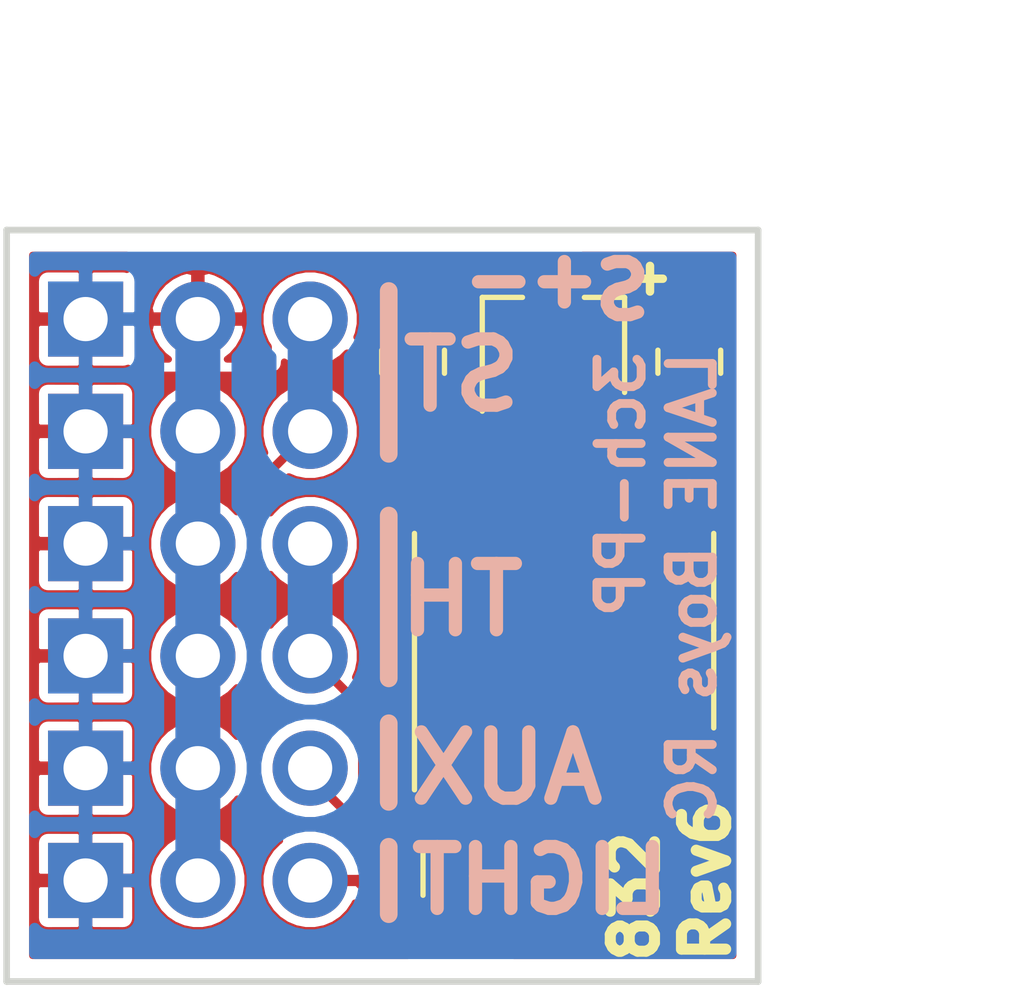
<source format=kicad_pcb>
(kicad_pcb (version 20171130) (host pcbnew 5.1.10-88a1d61d58~88~ubuntu18.04.1)

  (general
    (thickness 1)
    (drawings 18)
    (tracks 51)
    (zones 0)
    (modules 11)
    (nets 12)
  )

  (page User 215.9 139.7)
  (title_block
    (title "Pre-processor for RC Light Controller ")
    (date 2017-03-14)
    (rev 1)
    (company "LANE Boys RC")
  )

  (layers
    (0 F.Cu signal)
    (31 B.Cu signal)
    (32 B.Adhes user hide)
    (33 F.Adhes user hide)
    (34 B.Paste user hide)
    (35 F.Paste user hide)
    (36 B.SilkS user)
    (37 F.SilkS user)
    (38 B.Mask user hide)
    (39 F.Mask user hide)
    (40 Dwgs.User user hide)
    (41 Cmts.User user)
    (42 Eco1.User user hide)
    (43 Eco2.User user hide)
    (44 Edge.Cuts user)
    (45 Margin user hide)
    (46 B.CrtYd user hide)
    (47 F.CrtYd user)
    (48 B.Fab user hide)
    (49 F.Fab user hide)
  )

  (setup
    (last_trace_width 0.254)
    (user_trace_width 0.2032)
    (user_trace_width 0.2286)
    (user_trace_width 0.381)
    (user_trace_width 0.508)
    (user_trace_width 0.762)
    (user_trace_width 1.016)
    (trace_clearance 0.1524)
    (zone_clearance 0.2032)
    (zone_45_only no)
    (trace_min 0.1524)
    (via_size 0.8)
    (via_drill 0.5)
    (via_min_size 0.4)
    (via_min_drill 0.3)
    (uvia_size 0.3)
    (uvia_drill 0.1)
    (uvias_allowed no)
    (uvia_min_size 0)
    (uvia_min_drill 0)
    (edge_width 0.15)
    (segment_width 0.4)
    (pcb_text_width 0.3)
    (pcb_text_size 1.5 1.5)
    (mod_edge_width 0.15)
    (mod_text_size 1 1)
    (mod_text_width 0.15)
    (pad_size 0.8 0.4)
    (pad_drill 0)
    (pad_to_mask_clearance 0)
    (aux_axis_origin 114.3 66.04)
    (grid_origin 114.3 66.04)
    (visible_elements 7FFFFF7F)
    (pcbplotparams
      (layerselection 0x010f0_ffffffff)
      (usegerberextensions true)
      (usegerberattributes false)
      (usegerberadvancedattributes false)
      (creategerberjobfile false)
      (excludeedgelayer true)
      (linewidth 0.100000)
      (plotframeref false)
      (viasonmask false)
      (mode 1)
      (useauxorigin false)
      (hpglpennumber 1)
      (hpglpenspeed 20)
      (hpglpendiameter 15.000000)
      (psnegative false)
      (psa4output false)
      (plotreference false)
      (plotvalue false)
      (plotinvisibletext false)
      (padsonsilk false)
      (subtractmaskfromsilk false)
      (outputformat 1)
      (mirror false)
      (drillshape 0)
      (scaleselection 1)
      (outputdirectory "gerber/"))
  )

  (net 0 "")
  (net 1 VCC)
  (net 2 GND)
  (net 3 +3V3)
  (net 4 /ST)
  (net 5 /TH)
  (net 6 /AUX)
  (net 7 /LIGHT)
  (net 8 /ST_IN)
  (net 9 /TH_IN)
  (net 10 /AUX_IN)
  (net 11 /LIGHT_OUT)

  (net_class Default "This is the default net class."
    (clearance 0.1524)
    (trace_width 0.254)
    (via_dia 0.8)
    (via_drill 0.5)
    (uvia_dia 0.3)
    (uvia_drill 0.1)
    (add_net +3V3)
    (add_net /AUX)
    (add_net /AUX_IN)
    (add_net /LIGHT)
    (add_net /LIGHT_OUT)
    (add_net /ST)
    (add_net /ST_IN)
    (add_net /TH)
    (add_net /TH_IN)
    (add_net GND)
    (add_net VCC)
  )

  (module Package_SO:TSSOP-20_4.4x6.5mm_P0.65mm (layer F.Cu) (tedit 5E476F32) (tstamp 6097AEE0)
    (at 126.9111 58.1025 90)
    (descr "TSSOP, 20 Pin (JEDEC MO-153 Var AC https://www.jedec.org/document_search?search_api_views_fulltext=MO-153), generated with kicad-footprint-generator ipc_gullwing_generator.py")
    (tags "TSSOP SO")
    (path /6097C132)
    (attr smd)
    (fp_text reference U2 (at 0 -4.2 90) (layer F.SilkS) hide
      (effects (font (size 1 1) (thickness 0.15)))
    )
    (fp_text value LPC832M101FDH20 (at 2.9591 -6.5151 180) (layer F.Fab)
      (effects (font (size 1 1) (thickness 0.15)))
    )
    (fp_line (start 3.85 -3.5) (end -3.85 -3.5) (layer F.CrtYd) (width 0.05))
    (fp_line (start 3.85 3.5) (end 3.85 -3.5) (layer F.CrtYd) (width 0.05))
    (fp_line (start -3.85 3.5) (end 3.85 3.5) (layer F.CrtYd) (width 0.05))
    (fp_line (start -3.85 -3.5) (end -3.85 3.5) (layer F.CrtYd) (width 0.05))
    (fp_line (start -2.2 -2.25) (end -1.2 -3.25) (layer F.Fab) (width 0.1))
    (fp_line (start -2.2 3.25) (end -2.2 -2.25) (layer F.Fab) (width 0.1))
    (fp_line (start 2.2 3.25) (end -2.2 3.25) (layer F.Fab) (width 0.1))
    (fp_line (start 2.2 -3.25) (end 2.2 3.25) (layer F.Fab) (width 0.1))
    (fp_line (start -1.2 -3.25) (end 2.2 -3.25) (layer F.Fab) (width 0.1))
    (fp_line (start 0 -3.385) (end -3.6 -3.385) (layer F.SilkS) (width 0.12))
    (fp_line (start 0 -3.385) (end 2.2 -3.385) (layer F.SilkS) (width 0.12))
    (fp_line (start 0 3.385) (end -2.2 3.385) (layer F.SilkS) (width 0.12))
    (fp_line (start 0 3.385) (end 2.2 3.385) (layer F.SilkS) (width 0.12))
    (fp_text user %R (at 0 0 90) (layer F.Fab)
      (effects (font (size 1 1) (thickness 0.15)))
    )
    (pad 20 smd roundrect (at 2.8625 -2.925 90) (size 1.475 0.4) (layers F.Cu F.Paste F.Mask) (roundrect_rratio 0.25))
    (pad 19 smd roundrect (at 2.8625 -2.275 90) (size 1.475 0.4) (layers F.Cu F.Paste F.Mask) (roundrect_rratio 0.25)
      (net 4 /ST))
    (pad 18 smd roundrect (at 2.8625 -1.625 90) (size 1.475 0.4) (layers F.Cu F.Paste F.Mask) (roundrect_rratio 0.25)
      (net 3 +3V3))
    (pad 17 smd roundrect (at 2.8625 -0.975 90) (size 1.475 0.4) (layers F.Cu F.Paste F.Mask) (roundrect_rratio 0.25)
      (net 2 GND))
    (pad 16 smd roundrect (at 2.8625 -0.325 90) (size 1.475 0.4) (layers F.Cu F.Paste F.Mask) (roundrect_rratio 0.25)
      (net 2 GND))
    (pad 15 smd roundrect (at 2.8625 0.325 90) (size 1.475 0.4) (layers F.Cu F.Paste F.Mask) (roundrect_rratio 0.25)
      (net 3 +3V3))
    (pad 14 smd roundrect (at 2.8625 0.975 90) (size 1.475 0.4) (layers F.Cu F.Paste F.Mask) (roundrect_rratio 0.25))
    (pad 13 smd roundrect (at 2.8625 1.625 90) (size 1.475 0.4) (layers F.Cu F.Paste F.Mask) (roundrect_rratio 0.25))
    (pad 12 smd roundrect (at 2.8625 2.275 90) (size 1.475 0.4) (layers F.Cu F.Paste F.Mask) (roundrect_rratio 0.25))
    (pad 11 smd roundrect (at 2.8625 2.925 90) (size 1.475 0.4) (layers F.Cu F.Paste F.Mask) (roundrect_rratio 0.25))
    (pad 10 smd roundrect (at -2.8625 2.925 90) (size 1.475 0.4) (layers F.Cu F.Paste F.Mask) (roundrect_rratio 0.25))
    (pad 9 smd roundrect (at -2.8625 2.275 90) (size 1.475 0.4) (layers F.Cu F.Paste F.Mask) (roundrect_rratio 0.25))
    (pad 8 smd roundrect (at -2.8625 1.625 90) (size 1.475 0.4) (layers F.Cu F.Paste F.Mask) (roundrect_rratio 0.25))
    (pad 7 smd roundrect (at -2.8625 0.975 90) (size 1.475 0.4) (layers F.Cu F.Paste F.Mask) (roundrect_rratio 0.25))
    (pad 6 smd roundrect (at -2.8625 0.325 90) (size 1.475 0.4) (layers F.Cu F.Paste F.Mask) (roundrect_rratio 0.25)
      (net 5 /TH))
    (pad 5 smd roundrect (at -2.8625 -0.325 90) (size 1.475 0.4) (layers F.Cu F.Paste F.Mask) (roundrect_rratio 0.25))
    (pad 4 smd roundrect (at -2.8625 -0.975 90) (size 1.475 0.4) (layers F.Cu F.Paste F.Mask) (roundrect_rratio 0.25)
      (net 7 /LIGHT))
    (pad 3 smd roundrect (at -2.8625 -1.625 90) (size 1.475 0.4) (layers F.Cu F.Paste F.Mask) (roundrect_rratio 0.25)
      (net 6 /AUX))
    (pad 2 smd roundrect (at -2.8625 -2.275 90) (size 1.475 0.4) (layers F.Cu F.Paste F.Mask) (roundrect_rratio 0.25))
    (pad 1 smd roundrect (at -2.8625 -2.925 90) (size 1.475 0.4) (layers F.Cu F.Paste F.Mask) (roundrect_rratio 0.25))
    (model ${KISYS3DMOD}/Package_SO.3dshapes/TSSOP-20_4.4x6.5mm_P0.65mm.wrl
      (at (xyz 0 0 0))
      (scale (xyz 1 1 1))
      (rotate (xyz 0 0 0))
    )
  )

  (module Resistor_SMD:R_Array_Convex_4x0603 (layer F.Cu) (tedit 58E0A8B2) (tstamp 601F8304)
    (at 125.3998 63.5889 90)
    (descr "Chip Resistor Network, ROHM MNR14 (see mnr_g.pdf)")
    (tags "resistor array")
    (path /601F9E94)
    (attr smd)
    (fp_text reference RN1 (at 0 -2.8 90) (layer F.SilkS) hide
      (effects (font (size 1 1) (thickness 0.15)))
    )
    (fp_text value 1K (at 0 2.8 90) (layer F.Fab)
      (effects (font (size 1 1) (thickness 0.15)))
    )
    (fp_line (start 1.55 1.85) (end -1.55 1.85) (layer F.CrtYd) (width 0.05))
    (fp_line (start 1.55 1.85) (end 1.55 -1.85) (layer F.CrtYd) (width 0.05))
    (fp_line (start -1.55 -1.85) (end -1.55 1.85) (layer F.CrtYd) (width 0.05))
    (fp_line (start -1.55 -1.85) (end 1.55 -1.85) (layer F.CrtYd) (width 0.05))
    (fp_line (start 0.5 -1.68) (end -0.5 -1.68) (layer F.SilkS) (width 0.12))
    (fp_line (start 0.5 1.68) (end -0.5 1.68) (layer F.SilkS) (width 0.12))
    (fp_line (start -0.8 1.6) (end -0.8 -1.6) (layer F.Fab) (width 0.1))
    (fp_line (start 0.8 1.6) (end -0.8 1.6) (layer F.Fab) (width 0.1))
    (fp_line (start 0.8 -1.6) (end 0.8 1.6) (layer F.Fab) (width 0.1))
    (fp_line (start -0.8 -1.6) (end 0.8 -1.6) (layer F.Fab) (width 0.1))
    (fp_text user %R (at 0 0) (layer F.Fab)
      (effects (font (size 0.5 0.5) (thickness 0.075)))
    )
    (pad 5 smd rect (at 0.9 1.2 90) (size 0.8 0.5) (layers F.Cu F.Paste F.Mask)
      (net 5 /TH))
    (pad 6 smd rect (at 0.9 0.4 90) (size 0.8 0.4) (layers F.Cu F.Paste F.Mask)
      (net 7 /LIGHT))
    (pad 8 smd rect (at 0.9 -1.2 90) (size 0.8 0.5) (layers F.Cu F.Paste F.Mask)
      (net 4 /ST))
    (pad 7 smd rect (at 0.9 -0.4 90) (size 0.8 0.4) (layers F.Cu F.Paste F.Mask)
      (net 6 /AUX))
    (pad 4 smd rect (at -0.9 1.2 90) (size 0.8 0.5) (layers F.Cu F.Paste F.Mask)
      (net 9 /TH_IN))
    (pad 2 smd rect (at -0.9 -0.4 90) (size 0.8 0.4) (layers F.Cu F.Paste F.Mask)
      (net 10 /AUX_IN))
    (pad 3 smd rect (at -0.9 0.4 90) (size 0.8 0.4) (layers F.Cu F.Paste F.Mask)
      (net 11 /LIGHT_OUT))
    (pad 1 smd rect (at -0.9 -1.2 90) (size 0.8 0.5) (layers F.Cu F.Paste F.Mask)
      (net 8 /ST_IN))
    (model ${KISYS3DMOD}/Resistor_SMD.3dshapes/R_Array_Convex_4x0603.wrl
      (at (xyz 0 0 0))
      (scale (xyz 1 1 1))
      (rotate (xyz 0 0 0))
    )
  )

  (module Package_TO_SOT_SMD:SOT-23W (layer F.Cu) (tedit 5A02FF57) (tstamp 5D286456)
    (at 126.6698 51.6382 90)
    (descr "SOT-23W http://www.allegromicro.com/~/media/Files/Datasheets/A112x-Datasheet.ashx?la=en&hash=7BC461E058CC246E0BAB62433B2F1ECA104CA9D3")
    (tags SOT-23W)
    (path /58AF9BBC)
    (attr smd)
    (fp_text reference U1 (at 0 -2.5 180) (layer F.SilkS) hide
      (effects (font (size 1 1) (thickness 0.15)))
    )
    (fp_text value MCP1703T-3302E/CB (at 1.778 6.6548 180) (layer F.Fab)
      (effects (font (size 1 1) (thickness 0.15)))
    )
    (fp_line (start -1.95 1.74) (end -1.95 -1.74) (layer F.CrtYd) (width 0.05))
    (fp_line (start 1.95 1.74) (end -1.95 1.74) (layer F.CrtYd) (width 0.05))
    (fp_line (start 1.95 -1.74) (end 1.95 1.74) (layer F.CrtYd) (width 0.05))
    (fp_line (start -1.95 -1.74) (end 1.95 -1.74) (layer F.CrtYd) (width 0.05))
    (fp_line (start -0.955 1.49) (end 0.955 1.49) (layer F.Fab) (width 0.1))
    (fp_line (start 0.955 -1.49) (end 0.955 1.49) (layer F.Fab) (width 0.1))
    (fp_line (start -0.955 -0.49) (end 0.045 -1.49) (layer F.Fab) (width 0.1))
    (fp_line (start 0.045 -1.49) (end 0.955 -1.49) (layer F.Fab) (width 0.1))
    (fp_line (start -0.955 -0.49) (end -0.955 1.49) (layer F.Fab) (width 0.1))
    (fp_line (start -1.075 1.61) (end 1.075 1.61) (layer F.SilkS) (width 0.12))
    (fp_line (start -1.5 -1.61) (end 1.075 -1.61) (layer F.SilkS) (width 0.12))
    (fp_line (start 1.075 0.7) (end 1.075 1.61) (layer F.SilkS) (width 0.12))
    (fp_line (start 1.075 -1.61) (end 1.075 -0.7) (layer F.SilkS) (width 0.12))
    (fp_text user %R (at 0 0) (layer F.Fab)
      (effects (font (size 0.5 0.5) (thickness 0.075)))
    )
    (pad 3 smd rect (at 1.2 0 90) (size 1 0.7) (layers F.Cu F.Paste F.Mask)
      (net 1 VCC))
    (pad 2 smd rect (at -1.2 0.95 90) (size 1 0.7) (layers F.Cu F.Paste F.Mask)
      (net 3 +3V3))
    (pad 1 smd rect (at -1.2 -0.95 90) (size 1 0.7) (layers F.Cu F.Paste F.Mask)
      (net 2 GND))
    (model ${KISYS3DMOD}/Package_TO_SOT_SMD.3dshapes/SOT-23W.wrl
      (at (xyz 0 0 0))
      (scale (xyz 1 1 1))
      (rotate (xyz 0 0 0))
    )
  )

  (module Pin_Headers:Pin_Header_Straight_1x03_Pitch2.54mm (layer B.Cu) (tedit 5D27FC21) (tstamp 58B382BB)
    (at 116.086 51.054 270)
    (descr "Through hole straight pin header, 1x03, 2.54mm pitch, single row")
    (tags "Through hole pin header THT 1x03 2.54mm single row")
    (path /58AF9CB3)
    (fp_text reference P2 (at 0 2.39 270) (layer B.SilkS) hide
      (effects (font (size 1 1) (thickness 0.15)) (justify mirror))
    )
    (fp_text value ST-OUT (at 0 -7.47 270) (layer B.Fab) hide
      (effects (font (size 1 1) (thickness 0.15)) (justify mirror))
    )
    (fp_line (start -1.27 1.27) (end -1.27 -6.35) (layer B.Fab) (width 0.1))
    (fp_line (start -1.27 -6.35) (end 1.27 -6.35) (layer B.Fab) (width 0.1))
    (fp_line (start 1.27 -6.35) (end 1.27 1.27) (layer B.Fab) (width 0.1))
    (fp_line (start 1.27 1.27) (end -1.27 1.27) (layer B.Fab) (width 0.1))
    (fp_line (start -1.6 1.6) (end -1.6 -6.6) (layer B.CrtYd) (width 0.05))
    (fp_line (start -1.6 -6.6) (end 1.6 -6.6) (layer B.CrtYd) (width 0.05))
    (fp_line (start 1.6 -6.6) (end 1.6 1.6) (layer B.CrtYd) (width 0.05))
    (fp_line (start 1.6 1.6) (end -1.6 1.6) (layer B.CrtYd) (width 0.05))
    (pad 1 thru_hole rect (at 0 0 270) (size 1.7 1.7) (drill 1) (layers *.Cu *.Mask)
      (net 2 GND))
    (pad 2 thru_hole oval (at 0 -2.54 270) (size 1.7 1.7) (drill 1) (layers *.Cu *.Mask)
      (net 1 VCC))
    (pad 3 thru_hole oval (at 0 -5.08 270) (size 1.7 1.7) (drill 1) (layers *.Cu *.Mask)
      (net 8 /ST_IN))
    (model Pin_Headers.3dshapes/Pin_Header_Straight_1x03_Pitch2.54mm.wrl
      (at (xyz 0 0 0))
      (scale (xyz 1 1 1))
      (rotate (xyz 0 0 0))
    )
  )

  (module Pin_Headers:Pin_Header_Straight_1x03_Pitch2.54mm (layer B.Cu) (tedit 5D27FC15) (tstamp 58B382A6)
    (at 116.086 53.594 270)
    (descr "Through hole straight pin header, 1x03, 2.54mm pitch, single row")
    (tags "Through hole pin header THT 1x03 2.54mm single row")
    (path /58AF9C1E)
    (fp_text reference P1 (at 0 2.39 270) (layer B.SilkS) hide
      (effects (font (size 1 1) (thickness 0.15)) (justify mirror))
    )
    (fp_text value ST-IN (at 0 -7.47 270) (layer B.Fab) hide
      (effects (font (size 1 1) (thickness 0.15)) (justify mirror))
    )
    (fp_line (start -1.27 1.27) (end -1.27 -6.35) (layer B.Fab) (width 0.1))
    (fp_line (start -1.27 -6.35) (end 1.27 -6.35) (layer B.Fab) (width 0.1))
    (fp_line (start 1.27 -6.35) (end 1.27 1.27) (layer B.Fab) (width 0.1))
    (fp_line (start 1.27 1.27) (end -1.27 1.27) (layer B.Fab) (width 0.1))
    (fp_line (start -1.6 1.6) (end -1.6 -6.6) (layer B.CrtYd) (width 0.05))
    (fp_line (start -1.6 -6.6) (end 1.6 -6.6) (layer B.CrtYd) (width 0.05))
    (fp_line (start 1.6 -6.6) (end 1.6 1.6) (layer B.CrtYd) (width 0.05))
    (fp_line (start 1.6 1.6) (end -1.6 1.6) (layer B.CrtYd) (width 0.05))
    (pad 1 thru_hole rect (at 0 0 270) (size 1.7 1.7) (drill 1) (layers *.Cu *.Mask)
      (net 2 GND))
    (pad 2 thru_hole oval (at 0 -2.54 270) (size 1.7 1.7) (drill 1) (layers *.Cu *.Mask)
      (net 1 VCC))
    (pad 3 thru_hole oval (at 0 -5.08 270) (size 1.7 1.7) (drill 1) (layers *.Cu *.Mask)
      (net 8 /ST_IN))
    (model Pin_Headers.3dshapes/Pin_Header_Straight_1x03_Pitch2.54mm.wrl
      (at (xyz 0 0 0))
      (scale (xyz 1 1 1))
      (rotate (xyz 0 0 0))
    )
  )

  (module Pin_Headers:Pin_Header_Straight_1x03_Pitch2.54mm (layer B.Cu) (tedit 5D27FC06) (tstamp 58B382E5)
    (at 116.086 58.674 270)
    (descr "Through hole straight pin header, 1x03, 2.54mm pitch, single row")
    (tags "Through hole pin header THT 1x03 2.54mm single row")
    (path /58AF9D12)
    (fp_text reference P4 (at 0 2.39 270) (layer B.SilkS) hide
      (effects (font (size 1 1) (thickness 0.15)) (justify mirror))
    )
    (fp_text value TH-OUT (at 0 -7.47 270) (layer B.Fab) hide
      (effects (font (size 1 1) (thickness 0.15)) (justify mirror))
    )
    (fp_line (start -1.27 1.27) (end -1.27 -6.35) (layer B.Fab) (width 0.1))
    (fp_line (start -1.27 -6.35) (end 1.27 -6.35) (layer B.Fab) (width 0.1))
    (fp_line (start 1.27 -6.35) (end 1.27 1.27) (layer B.Fab) (width 0.1))
    (fp_line (start 1.27 1.27) (end -1.27 1.27) (layer B.Fab) (width 0.1))
    (fp_line (start -1.6 1.6) (end -1.6 -6.6) (layer B.CrtYd) (width 0.05))
    (fp_line (start -1.6 -6.6) (end 1.6 -6.6) (layer B.CrtYd) (width 0.05))
    (fp_line (start 1.6 -6.6) (end 1.6 1.6) (layer B.CrtYd) (width 0.05))
    (fp_line (start 1.6 1.6) (end -1.6 1.6) (layer B.CrtYd) (width 0.05))
    (pad 1 thru_hole rect (at 0 0 270) (size 1.7 1.7) (drill 1) (layers *.Cu *.Mask)
      (net 2 GND))
    (pad 2 thru_hole oval (at 0 -2.54 270) (size 1.7 1.7) (drill 1) (layers *.Cu *.Mask)
      (net 1 VCC))
    (pad 3 thru_hole oval (at 0 -5.08 270) (size 1.7 1.7) (drill 1) (layers *.Cu *.Mask)
      (net 9 /TH_IN))
    (model Pin_Headers.3dshapes/Pin_Header_Straight_1x03_Pitch2.54mm.wrl
      (at (xyz 0 0 0))
      (scale (xyz 1 1 1))
      (rotate (xyz 0 0 0))
    )
  )

  (module Pin_Headers:Pin_Header_Straight_1x03_Pitch2.54mm (layer B.Cu) (tedit 5D27FBFB) (tstamp 58B382D0)
    (at 116.086 56.134 270)
    (descr "Through hole straight pin header, 1x03, 2.54mm pitch, single row")
    (tags "Through hole pin header THT 1x03 2.54mm single row")
    (path /58AF9CE6)
    (fp_text reference P3 (at 0 2.39 270) (layer B.SilkS) hide
      (effects (font (size 1 1) (thickness 0.15)) (justify mirror))
    )
    (fp_text value TH-IN (at 0 -7.47 270) (layer B.Fab) hide
      (effects (font (size 1 1) (thickness 0.15)) (justify mirror))
    )
    (fp_line (start -1.27 1.27) (end -1.27 -6.35) (layer B.Fab) (width 0.1))
    (fp_line (start -1.27 -6.35) (end 1.27 -6.35) (layer B.Fab) (width 0.1))
    (fp_line (start 1.27 -6.35) (end 1.27 1.27) (layer B.Fab) (width 0.1))
    (fp_line (start 1.27 1.27) (end -1.27 1.27) (layer B.Fab) (width 0.1))
    (fp_line (start -1.6 1.6) (end -1.6 -6.6) (layer B.CrtYd) (width 0.05))
    (fp_line (start -1.6 -6.6) (end 1.6 -6.6) (layer B.CrtYd) (width 0.05))
    (fp_line (start 1.6 -6.6) (end 1.6 1.6) (layer B.CrtYd) (width 0.05))
    (fp_line (start 1.6 1.6) (end -1.6 1.6) (layer B.CrtYd) (width 0.05))
    (pad 1 thru_hole rect (at 0 0 270) (size 1.7 1.7) (drill 1) (layers *.Cu *.Mask)
      (net 2 GND))
    (pad 2 thru_hole oval (at 0 -2.54 270) (size 1.7 1.7) (drill 1) (layers *.Cu *.Mask)
      (net 1 VCC))
    (pad 3 thru_hole oval (at 0 -5.08 270) (size 1.7 1.7) (drill 1) (layers *.Cu *.Mask)
      (net 9 /TH_IN))
    (model Pin_Headers.3dshapes/Pin_Header_Straight_1x03_Pitch2.54mm.wrl
      (at (xyz 0 0 0))
      (scale (xyz 1 1 1))
      (rotate (xyz 0 0 0))
    )
  )

  (module Pin_Headers:Pin_Header_Straight_1x03_Pitch2.54mm (layer B.Cu) (tedit 5D27FBE2) (tstamp 58B382FA)
    (at 116.086 61.214 270)
    (descr "Through hole straight pin header, 1x03, 2.54mm pitch, single row")
    (tags "Through hole pin header THT 1x03 2.54mm single row")
    (path /58AF9D7F)
    (fp_text reference P5 (at 0 2.39 270) (layer B.SilkS) hide
      (effects (font (size 1 1) (thickness 0.15)) (justify mirror))
    )
    (fp_text value AUX-IN (at 0 -7.47 270) (layer B.Fab) hide
      (effects (font (size 1 1) (thickness 0.15)) (justify mirror))
    )
    (fp_line (start -1.27 1.27) (end -1.27 -6.35) (layer B.Fab) (width 0.1))
    (fp_line (start -1.27 -6.35) (end 1.27 -6.35) (layer B.Fab) (width 0.1))
    (fp_line (start 1.27 -6.35) (end 1.27 1.27) (layer B.Fab) (width 0.1))
    (fp_line (start 1.27 1.27) (end -1.27 1.27) (layer B.Fab) (width 0.1))
    (fp_line (start -1.6 1.6) (end -1.6 -6.6) (layer B.CrtYd) (width 0.05))
    (fp_line (start -1.6 -6.6) (end 1.6 -6.6) (layer B.CrtYd) (width 0.05))
    (fp_line (start 1.6 -6.6) (end 1.6 1.6) (layer B.CrtYd) (width 0.05))
    (fp_line (start 1.6 1.6) (end -1.6 1.6) (layer B.CrtYd) (width 0.05))
    (pad 1 thru_hole rect (at 0 0 270) (size 1.7 1.7) (drill 1) (layers *.Cu *.Mask)
      (net 2 GND))
    (pad 2 thru_hole oval (at 0 -2.54 270) (size 1.7 1.7) (drill 1) (layers *.Cu *.Mask)
      (net 1 VCC))
    (pad 3 thru_hole oval (at 0 -5.08 270) (size 1.7 1.7) (drill 1) (layers *.Cu *.Mask)
      (net 10 /AUX_IN))
    (model Pin_Headers.3dshapes/Pin_Header_Straight_1x03_Pitch2.54mm.wrl
      (at (xyz 0 0 0))
      (scale (xyz 1 1 1))
      (rotate (xyz 0 0 0))
    )
  )

  (module Pin_Headers:Pin_Header_Straight_1x03_Pitch2.54mm (layer B.Cu) (tedit 5D27FBC0) (tstamp 58B3830F)
    (at 116.086 63.754 270)
    (descr "Through hole straight pin header, 1x03, 2.54mm pitch, single row")
    (tags "Through hole pin header THT 1x03 2.54mm single row")
    (path /58AF9DBB)
    (fp_text reference P6 (at 0 2.39 270) (layer B.SilkS) hide
      (effects (font (size 1 1) (thickness 0.15)) (justify mirror))
    )
    (fp_text value "LIGHT CONTROLLER" (at 0 -7.47 270) (layer B.Fab) hide
      (effects (font (size 1 1) (thickness 0.15)) (justify mirror))
    )
    (fp_line (start -1.27 1.27) (end -1.27 -6.35) (layer B.Fab) (width 0.1))
    (fp_line (start -1.27 -6.35) (end 1.27 -6.35) (layer B.Fab) (width 0.1))
    (fp_line (start 1.27 -6.35) (end 1.27 1.27) (layer B.Fab) (width 0.1))
    (fp_line (start 1.27 1.27) (end -1.27 1.27) (layer B.Fab) (width 0.1))
    (fp_line (start -1.6 1.6) (end -1.6 -6.6) (layer B.CrtYd) (width 0.05))
    (fp_line (start -1.6 -6.6) (end 1.6 -6.6) (layer B.CrtYd) (width 0.05))
    (fp_line (start 1.6 -6.6) (end 1.6 1.6) (layer B.CrtYd) (width 0.05))
    (fp_line (start 1.6 1.6) (end -1.6 1.6) (layer B.CrtYd) (width 0.05))
    (pad 1 thru_hole rect (at 0 0 270) (size 1.7 1.7) (drill 1) (layers *.Cu *.Mask)
      (net 2 GND))
    (pad 2 thru_hole oval (at 0 -2.54 270) (size 1.7 1.7) (drill 1) (layers *.Cu *.Mask)
      (net 1 VCC))
    (pad 3 thru_hole oval (at 0 -5.08 270) (size 1.7 1.7) (drill 1) (layers *.Cu *.Mask)
      (net 11 /LIGHT_OUT))
    (model Pin_Headers.3dshapes/Pin_Header_Straight_1x03_Pitch2.54mm.wrl
      (at (xyz 0 0 0))
      (scale (xyz 1 1 1))
      (rotate (xyz 0 0 0))
    )
  )

  (module Capacitor_SMD:C_0805_2012Metric_Pad1.15x1.40mm_HandSolder (layer F.Cu) (tedit 5D27F92E) (tstamp 5D2863F6)
    (at 123.4948 52.0192 270)
    (descr "Capacitor SMD 0805 (2012 Metric), square (rectangular) end terminal, IPC_7351 nominal with elongated pad for handsoldering. (Body size source: https://docs.google.com/spreadsheets/d/1BsfQQcO9C6DZCsRaXUlFlo91Tg2WpOkGARC1WS5S8t0/edit?usp=sharing), generated with kicad-footprint-generator")
    (tags "capacitor handsolder")
    (path /58AFA243)
    (attr smd)
    (fp_text reference C1 (at 0 -1.65 270) (layer F.SilkS) hide
      (effects (font (size 1 1) (thickness 0.15)))
    )
    (fp_text value 1u (at 0 1.65 270) (layer F.Fab)
      (effects (font (size 1 1) (thickness 0.15)))
    )
    (fp_line (start -1 0.6) (end -1 -0.6) (layer F.Fab) (width 0.1))
    (fp_line (start -1 -0.6) (end 1 -0.6) (layer F.Fab) (width 0.1))
    (fp_line (start 1 -0.6) (end 1 0.6) (layer F.Fab) (width 0.1))
    (fp_line (start 1 0.6) (end -1 0.6) (layer F.Fab) (width 0.1))
    (fp_line (start -0.261252 -0.71) (end 0.261252 -0.71) (layer F.SilkS) (width 0.12))
    (fp_line (start -0.261252 0.71) (end 0.261252 0.71) (layer F.SilkS) (width 0.12))
    (fp_line (start -1.85 0.95) (end -1.85 -0.95) (layer F.CrtYd) (width 0.05))
    (fp_line (start -1.85 -0.95) (end 1.85 -0.95) (layer F.CrtYd) (width 0.05))
    (fp_line (start 1.85 -0.95) (end 1.85 0.95) (layer F.CrtYd) (width 0.05))
    (fp_line (start 1.85 0.95) (end -1.85 0.95) (layer F.CrtYd) (width 0.05))
    (fp_text user %R (at 0 0 270) (layer F.Fab)
      (effects (font (size 0.5 0.5) (thickness 0.08)))
    )
    (pad 1 smd roundrect (at -1.025 0 270) (size 1.15 1.4) (layers F.Cu F.Paste F.Mask) (roundrect_rratio 0.217391)
      (net 1 VCC))
    (pad 2 smd roundrect (at 1.025 0 270) (size 1.15 1.4) (layers F.Cu F.Paste F.Mask) (roundrect_rratio 0.217391)
      (net 2 GND))
    (model ${KISYS3DMOD}/Capacitor_SMD.3dshapes/C_0805_2012Metric.wrl
      (at (xyz 0 0 0))
      (scale (xyz 1 1 1))
      (rotate (xyz 0 0 0))
    )
  )

  (module Capacitor_SMD:C_0805_2012Metric_Pad1.15x1.40mm_HandSolder (layer F.Cu) (tedit 5D27F93F) (tstamp 5D2867FA)
    (at 129.7432 52.0192 90)
    (descr "Capacitor SMD 0805 (2012 Metric), square (rectangular) end terminal, IPC_7351 nominal with elongated pad for handsoldering. (Body size source: https://docs.google.com/spreadsheets/d/1BsfQQcO9C6DZCsRaXUlFlo91Tg2WpOkGARC1WS5S8t0/edit?usp=sharing), generated with kicad-footprint-generator")
    (tags "capacitor handsolder")
    (path /58AFA5B0)
    (attr smd)
    (fp_text reference C2 (at 0 -1.65 270) (layer F.SilkS) hide
      (effects (font (size 1 1) (thickness 0.15)))
    )
    (fp_text value "47u/6V3 Polymer 0805" (at -0.0508 9.779) (layer F.Fab)
      (effects (font (size 1 1) (thickness 0.15)))
    )
    (fp_line (start 1.85 0.95) (end -1.85 0.95) (layer F.CrtYd) (width 0.05))
    (fp_line (start 1.85 -0.95) (end 1.85 0.95) (layer F.CrtYd) (width 0.05))
    (fp_line (start -1.85 -0.95) (end 1.85 -0.95) (layer F.CrtYd) (width 0.05))
    (fp_line (start -1.85 0.95) (end -1.85 -0.95) (layer F.CrtYd) (width 0.05))
    (fp_line (start -0.261252 0.71) (end 0.261252 0.71) (layer F.SilkS) (width 0.12))
    (fp_line (start -0.261252 -0.71) (end 0.261252 -0.71) (layer F.SilkS) (width 0.12))
    (fp_line (start 1 0.6) (end -1 0.6) (layer F.Fab) (width 0.1))
    (fp_line (start 1 -0.6) (end 1 0.6) (layer F.Fab) (width 0.1))
    (fp_line (start -1 -0.6) (end 1 -0.6) (layer F.Fab) (width 0.1))
    (fp_line (start -1 0.6) (end -1 -0.6) (layer F.Fab) (width 0.1))
    (fp_text user %R (at 0 0 270) (layer F.Fab)
      (effects (font (size 0.5 0.5) (thickness 0.08)))
    )
    (pad 2 smd roundrect (at 1.025 0 90) (size 1.15 1.4) (layers F.Cu F.Paste F.Mask) (roundrect_rratio 0.217391)
      (net 2 GND))
    (pad 1 smd roundrect (at -1.025 0 90) (size 1.15 1.4) (layers F.Cu F.Paste F.Mask) (roundrect_rratio 0.217391)
      (net 3 +3V3))
    (model ${KISYS3DMOD}/Capacitor_SMD.3dshapes/C_0805_2012Metric.wrl
      (at (xyz 0 0 0))
      (scale (xyz 1 1 1))
      (rotate (xyz 0 0 0))
    )
  )

  (gr_text "3ch-PP\nLANE Boys RC\n" (at 129.0066 51.689 90) (layer B.SilkS)
    (effects (font (size 1 1) (thickness 0.2)) (justify left mirror))
  )
  (gr_text + (at 128.8542 50.0888) (layer F.SilkS) (tstamp 5D286F54)
    (effects (font (size 0.762 0.762) (thickness 0.1905)))
  )
  (gr_line (start 122.944 62.992) (end 122.944 64.516) (angle 90) (layer B.SilkS) (width 0.4))
  (gr_line (start 122.944 60.198) (end 122.944 61.976) (angle 90) (layer B.SilkS) (width 0.4))
  (gr_line (start 122.944 55.499) (end 122.944 59.182) (angle 90) (layer B.SilkS) (width 0.4) (tstamp 59896612))
  (gr_line (start 122.944 50.419) (end 122.944 54.102) (angle 90) (layer B.SilkS) (width 0.4))
  (gr_text "832\nRev6" (at 129.3114 65.7098 90) (layer F.SilkS) (tstamp 601F83F1)
    (effects (font (size 1 1) (thickness 0.25)) (justify left))
  )
  (dimension 17 (width 0.3) (layer Cmts.User) (tstamp 58C796B3)
    (gr_text "17.000 mm" (at 122.8 45.69) (layer Cmts.User) (tstamp 58C796B3)
      (effects (font (size 1.5 1.5) (thickness 0.3)))
    )
    (feature1 (pts (xy 131.3 49.04) (xy 131.3 44.34)))
    (feature2 (pts (xy 114.3 49.04) (xy 114.3 44.34)))
    (crossbar (pts (xy 114.3 47.04) (xy 131.3 47.04)))
    (arrow1a (pts (xy 131.3 47.04) (xy 130.173496 47.626421)))
    (arrow1b (pts (xy 131.3 47.04) (xy 130.173496 46.453579)))
    (arrow2a (pts (xy 114.3 47.04) (xy 115.426504 47.626421)))
    (arrow2b (pts (xy 114.3 47.04) (xy 115.426504 46.453579)))
  )
  (dimension 17 (width 0.3) (layer Cmts.User)
    (gr_text "17.000 mm" (at 134.65 57.54 270) (layer Cmts.User)
      (effects (font (size 1.5 1.5) (thickness 0.3)))
    )
    (feature1 (pts (xy 131.3 66.04) (xy 136 66.04)))
    (feature2 (pts (xy 131.3 49.04) (xy 136 49.04)))
    (crossbar (pts (xy 133.3 49.04) (xy 133.3 66.04)))
    (arrow1a (pts (xy 133.3 66.04) (xy 132.713579 64.913496)))
    (arrow1b (pts (xy 133.3 66.04) (xy 133.886421 64.913496)))
    (arrow2a (pts (xy 133.3 49.04) (xy 132.713579 50.166504)))
    (arrow2b (pts (xy 133.3 49.04) (xy 133.886421 50.166504)))
  )
  (gr_text LIGHT (at 126.373 63.754) (layer B.SilkS)
    (effects (font (size 1.4 1.4) (thickness 0.3)) (justify mirror))
  )
  (gr_text AUX (at 125.611 61.214) (layer B.SilkS)
    (effects (font (size 1.5 1.5) (thickness 0.3)) (justify mirror))
  )
  (gr_text TH (at 124.595 57.404) (layer B.SilkS)
    (effects (font (size 1.5 1.5) (thickness 0.3)) (justify mirror))
  )
  (gr_text -+S (at 126.746 50.292 180) (layer B.SilkS)
    (effects (font (size 1.2 1.2) (thickness 0.3)) (justify mirror))
  )
  (gr_text ST (at 124.595 52.324) (layer B.SilkS)
    (effects (font (size 1.5 1.5) (thickness 0.3)) (justify mirror))
  )
  (gr_line (start 131.3 49.04) (end 114.3 49.04) (angle 90) (layer Edge.Cuts) (width 0.15))
  (gr_line (start 131.3 66.04) (end 131.3 49.04) (angle 90) (layer Edge.Cuts) (width 0.15))
  (gr_line (start 114.3 66.04) (end 131.3 66.04) (angle 90) (layer Edge.Cuts) (width 0.15))
  (gr_line (start 114.3 49.04) (end 114.3 66.04) (angle 90) (layer Edge.Cuts) (width 0.15))

  (segment (start 118.626 53.594) (end 118.626 51.054) (width 1.016) (layer B.Cu) (net 1) (status 30))
  (segment (start 118.626 53.594) (end 118.626 56.134) (width 1.016) (layer B.Cu) (net 1) (tstamp 58B38CF6) (status 30))
  (segment (start 118.626 56.134) (end 118.626 58.674) (width 1.016) (layer B.Cu) (net 1) (status 30))
  (segment (start 118.626 58.674) (end 118.626 61.214) (width 1.016) (layer B.Cu) (net 1) (tstamp 58B38CF9) (status 30))
  (segment (start 118.626 61.214) (end 118.626 63.754) (width 1.016) (layer B.Cu) (net 1) (status 30))
  (segment (start 127.2361 53.6039) (end 127.55 53.29) (width 0.381) (layer F.Cu) (net 3))
  (segment (start 127.2361 55.24) (end 127.2361 53.6039) (width 0.381) (layer F.Cu) (net 3))
  (segment (start 125.476 56.388) (end 126.9746 56.388) (width 0.381) (layer F.Cu) (net 3))
  (segment (start 127.2361 56.1265) (end 127.2361 55.24) (width 0.381) (layer F.Cu) (net 3))
  (segment (start 126.9746 56.388) (end 127.2361 56.1265) (width 0.381) (layer F.Cu) (net 3))
  (segment (start 125.2861 55.24) (end 125.2861 56.1981) (width 0.381) (layer F.Cu) (net 3))
  (segment (start 125.2861 56.1981) (end 125.476 56.388) (width 0.381) (layer F.Cu) (net 3))
  (segment (start 127.8258 53.0442) (end 127.6198 52.8382) (width 0.381) (layer F.Cu) (net 3))
  (segment (start 129.7432 53.0442) (end 127.8258 53.0442) (width 0.381) (layer F.Cu) (net 3))
  (segment (start 124.6361 56.5421) (end 124.6361 55.24) (width 0.2032) (layer F.Cu) (net 4))
  (segment (start 123.4694 57.7088) (end 124.6361 56.5421) (width 0.2032) (layer F.Cu) (net 4))
  (segment (start 123.4694 61.9252) (end 123.4694 57.7088) (width 0.2032) (layer F.Cu) (net 4))
  (segment (start 124.1998 62.6889) (end 124.1998 62.6556) (width 0.2032) (layer F.Cu) (net 4))
  (segment (start 124.1998 62.6556) (end 123.4694 61.9252) (width 0.2032) (layer F.Cu) (net 4))
  (segment (start 127.2361 62.0526) (end 126.5998 62.6889) (width 0.254) (layer F.Cu) (net 5))
  (segment (start 127.2361 60.965) (end 127.2361 62.0526) (width 0.254) (layer F.Cu) (net 5))
  (segment (start 124.9998 62.0966) (end 124.9998 62.6889) (width 0.254) (layer F.Cu) (net 6))
  (segment (start 125.2861 60.965) (end 125.2861 61.8103) (width 0.254) (layer F.Cu) (net 6))
  (segment (start 125.2861 61.8103) (end 124.9998 62.0966) (width 0.254) (layer F.Cu) (net 6))
  (segment (start 125.7998 62.1094) (end 125.7998 62.6889) (width 0.254) (layer F.Cu) (net 7))
  (segment (start 125.9361 60.965) (end 125.9361 61.9731) (width 0.254) (layer F.Cu) (net 7))
  (segment (start 125.9361 61.9731) (end 125.7998 62.1094) (width 0.254) (layer F.Cu) (net 7))
  (segment (start 121.166 51.054) (end 121.166 53.594) (width 1.016) (layer B.Cu) (net 8) (status 30))
  (segment (start 120.5738 62.484) (end 119.888 61.7982) (width 0.2032) (layer F.Cu) (net 8))
  (segment (start 121.666 62.484) (end 120.5738 62.484) (width 0.2032) (layer F.Cu) (net 8))
  (segment (start 119.888 54.872) (end 121.166 53.594) (width 0.2032) (layer F.Cu) (net 8))
  (segment (start 119.888 61.7982) (end 119.888 54.872) (width 0.2032) (layer F.Cu) (net 8))
  (segment (start 124.1998 64.4889) (end 123.6709 64.4889) (width 0.2032) (layer F.Cu) (net 8))
  (segment (start 123.6709 64.4889) (end 121.666 62.484) (width 0.2032) (layer F.Cu) (net 8))
  (segment (start 121.166 56.134) (end 121.166 58.674) (width 1.016) (layer B.Cu) (net 9) (status 30))
  (segment (start 122.3518 59.8598) (end 121.166 58.674) (width 0.2032) (layer F.Cu) (net 9))
  (segment (start 122.3518 61.9506) (end 122.3518 59.8598) (width 0.2032) (layer F.Cu) (net 9))
  (segment (start 123.7996 63.3984) (end 122.3518 61.9506) (width 0.2032) (layer F.Cu) (net 9))
  (segment (start 126.5998 64.4889) (end 126.5998 64.2174) (width 0.2032) (layer F.Cu) (net 9))
  (segment (start 125.7808 63.3984) (end 123.7996 63.3984) (width 0.2032) (layer F.Cu) (net 9))
  (segment (start 126.5998 64.2174) (end 125.7808 63.3984) (width 0.2032) (layer F.Cu) (net 9))
  (segment (start 121.166 61.3998) (end 121.166 61.214) (width 0.2032) (layer F.Cu) (net 10))
  (segment (start 123.571 63.8048) (end 121.166 61.3998) (width 0.2032) (layer F.Cu) (net 10))
  (segment (start 124.6378 63.8048) (end 123.571 63.8048) (width 0.2032) (layer F.Cu) (net 10))
  (segment (start 124.9998 64.4889) (end 124.9998 64.1668) (width 0.2032) (layer F.Cu) (net 10))
  (segment (start 124.9998 64.1668) (end 124.6378 63.8048) (width 0.2032) (layer F.Cu) (net 10))
  (segment (start 122.2502 63.754) (end 121.166 63.754) (width 0.254) (layer F.Cu) (net 11))
  (segment (start 123.7234 65.2272) (end 122.2502 63.754) (width 0.254) (layer F.Cu) (net 11))
  (segment (start 125.4252 65.2272) (end 123.7234 65.2272) (width 0.254) (layer F.Cu) (net 11))
  (segment (start 125.7998 64.4889) (end 125.7998 64.8526) (width 0.254) (layer F.Cu) (net 11))
  (segment (start 125.7998 64.8526) (end 125.4252 65.2272) (width 0.254) (layer F.Cu) (net 11))

  (zone (net 2) (net_name GND) (layer F.Cu) (tstamp 0) (hatch edge 0.508)
    (connect_pads (clearance 0.2032))
    (min_thickness 0.1524)
    (fill yes (arc_segments 16) (thermal_gap 0.2032) (thermal_bridge_width 0.3048))
    (polygon
      (pts
        (xy 114.808 65.532) (xy 130.81 65.532) (xy 130.81 49.53) (xy 114.808 49.53)
      )
    )
    (filled_polygon
      (pts
        (xy 117.0206 49.937691) (xy 116.990772 49.928643) (xy 116.936 49.923248) (xy 116.23205 49.9246) (xy 116.1622 49.99445)
        (xy 116.1622 50.9778) (xy 116.1822 50.9778) (xy 116.1822 51.1302) (xy 116.1622 51.1302) (xy 116.1622 52.11355)
        (xy 116.23205 52.1834) (xy 116.936 52.184752) (xy 116.990772 52.179357) (xy 117.043439 52.163381) (xy 117.04906 52.160377)
        (xy 117.067687 52.195226) (xy 117.102434 52.237566) (xy 117.144774 52.272313) (xy 117.193078 52.298132) (xy 117.245492 52.314031)
        (xy 117.3 52.3194) (xy 120.3 52.3194) (xy 120.354508 52.314031) (xy 120.406922 52.298132) (xy 120.455226 52.272313)
        (xy 120.497566 52.237566) (xy 120.532313 52.195226) (xy 120.558132 52.146922) (xy 120.574031 52.094508) (xy 120.5794 52.04)
        (xy 120.5794 52.020365) (xy 120.631028 52.054862) (xy 120.836566 52.139998) (xy 121.054764 52.1834) (xy 121.277236 52.1834)
        (xy 121.495434 52.139998) (xy 121.700972 52.054862) (xy 121.885951 51.931263) (xy 121.997814 51.8194) (xy 122.874161 51.8194)
        (xy 122.941255 51.839753) (xy 123.044799 51.849951) (xy 123.944801 51.849951) (xy 124.048345 51.839753) (xy 124.115439 51.8194)
        (xy 126.55 51.8194) (xy 126.604508 51.814031) (xy 126.656922 51.798132) (xy 126.705226 51.772313) (xy 126.747566 51.737566)
        (xy 126.915932 51.5692) (xy 128.762448 51.5692) (xy 128.767843 51.623972) (xy 128.783819 51.676639) (xy 128.809763 51.725177)
        (xy 128.844678 51.767722) (xy 128.887223 51.802637) (xy 128.935761 51.828581) (xy 128.988428 51.844557) (xy 129.0432 51.849952)
        (xy 129.59715 51.8486) (xy 129.667 51.77875) (xy 129.667 51.0704) (xy 129.8194 51.0704) (xy 129.8194 51.77875)
        (xy 129.88925 51.8486) (xy 130.4432 51.849952) (xy 130.497972 51.844557) (xy 130.550639 51.828581) (xy 130.599177 51.802637)
        (xy 130.641722 51.767722) (xy 130.676637 51.725177) (xy 130.702581 51.676639) (xy 130.718557 51.623972) (xy 130.723952 51.5692)
        (xy 130.7226 51.14025) (xy 130.65275 51.0704) (xy 129.8194 51.0704) (xy 129.667 51.0704) (xy 128.83365 51.0704)
        (xy 128.7638 51.14025) (xy 128.762448 51.5692) (xy 126.915932 51.5692) (xy 127.247566 51.237566) (xy 127.282313 51.195226)
        (xy 127.308132 51.146922) (xy 127.324031 51.094508) (xy 127.3294 51.04) (xy 127.3294 50.4192) (xy 128.762448 50.4192)
        (xy 128.7638 50.84815) (xy 128.83365 50.918) (xy 129.667 50.918) (xy 129.667 50.20965) (xy 129.8194 50.20965)
        (xy 129.8194 50.918) (xy 130.65275 50.918) (xy 130.7226 50.84815) (xy 130.723952 50.4192) (xy 130.718557 50.364428)
        (xy 130.702581 50.311761) (xy 130.676637 50.263223) (xy 130.641722 50.220678) (xy 130.599177 50.185763) (xy 130.550639 50.159819)
        (xy 130.497972 50.143843) (xy 130.4432 50.138448) (xy 129.88925 50.1398) (xy 129.8194 50.20965) (xy 129.667 50.20965)
        (xy 129.59715 50.1398) (xy 129.0432 50.138448) (xy 128.988428 50.143843) (xy 128.935761 50.159819) (xy 128.887223 50.185763)
        (xy 128.844678 50.220678) (xy 128.809763 50.263223) (xy 128.783819 50.311761) (xy 128.767843 50.364428) (xy 128.762448 50.4192)
        (xy 127.3294 50.4192) (xy 127.3294 49.6062) (xy 130.7338 49.6062) (xy 130.7338 65.4558) (xy 125.771336 65.4558)
        (xy 126.066497 65.160639) (xy 126.107239 65.14828) (xy 126.155777 65.122336) (xy 126.1748 65.106724) (xy 126.193823 65.122336)
        (xy 126.242361 65.14828) (xy 126.295028 65.164256) (xy 126.3498 65.169651) (xy 126.8498 65.169651) (xy 126.904572 65.164256)
        (xy 126.957239 65.14828) (xy 127.005777 65.122336) (xy 127.048321 65.087421) (xy 127.083236 65.044877) (xy 127.10918 64.996339)
        (xy 127.125156 64.943672) (xy 127.130551 64.8889) (xy 127.130551 64.0889) (xy 127.125156 64.034128) (xy 127.10918 63.981461)
        (xy 127.083236 63.932923) (xy 127.048321 63.890379) (xy 127.005777 63.855464) (xy 126.957239 63.82952) (xy 126.904572 63.813544)
        (xy 126.8498 63.808149) (xy 126.729364 63.808149) (xy 126.281309 63.360094) (xy 126.295028 63.364256) (xy 126.3498 63.369651)
        (xy 126.8498 63.369651) (xy 126.904572 63.364256) (xy 126.957239 63.34828) (xy 127.005777 63.322336) (xy 127.048321 63.287421)
        (xy 127.083236 63.244877) (xy 127.10918 63.196339) (xy 127.125156 63.143672) (xy 127.130551 63.0889) (xy 127.130551 62.732885)
        (xy 127.509354 62.354082) (xy 127.524858 62.341358) (xy 127.575644 62.279476) (xy 127.613381 62.208875) (xy 127.624737 62.171439)
        (xy 127.636619 62.132269) (xy 127.638871 62.1094) (xy 127.6425 62.07256) (xy 127.6425 62.072554) (xy 127.644465 62.052601)
        (xy 127.6425 62.032648) (xy 127.6425 61.954907) (xy 127.711819 61.975935) (xy 127.7861 61.983251) (xy 127.9861 61.983251)
        (xy 128.060381 61.975935) (xy 128.131807 61.954268) (xy 128.197634 61.919083) (xy 128.2111 61.908032) (xy 128.224566 61.919083)
        (xy 128.290393 61.954268) (xy 128.361819 61.975935) (xy 128.4361 61.983251) (xy 128.6361 61.983251) (xy 128.710381 61.975935)
        (xy 128.781807 61.954268) (xy 128.847634 61.919083) (xy 128.8611 61.908032) (xy 128.874566 61.919083) (xy 128.940393 61.954268)
        (xy 129.011819 61.975935) (xy 129.0861 61.983251) (xy 129.2861 61.983251) (xy 129.360381 61.975935) (xy 129.431807 61.954268)
        (xy 129.497634 61.919083) (xy 129.5111 61.908032) (xy 129.524566 61.919083) (xy 129.590393 61.954268) (xy 129.661819 61.975935)
        (xy 129.7361 61.983251) (xy 129.9361 61.983251) (xy 130.010381 61.975935) (xy 130.081807 61.954268) (xy 130.147634 61.919083)
        (xy 130.205332 61.871732) (xy 130.252683 61.814034) (xy 130.287868 61.748207) (xy 130.309535 61.676781) (xy 130.316851 61.6025)
        (xy 130.316851 60.3275) (xy 130.309535 60.253219) (xy 130.287868 60.181793) (xy 130.252683 60.115966) (xy 130.205332 60.058268)
        (xy 130.147634 60.010917) (xy 130.081807 59.975732) (xy 130.010381 59.954065) (xy 129.9361 59.946749) (xy 129.7361 59.946749)
        (xy 129.661819 59.954065) (xy 129.590393 59.975732) (xy 129.524566 60.010917) (xy 129.5111 60.021968) (xy 129.497634 60.010917)
        (xy 129.431807 59.975732) (xy 129.360381 59.954065) (xy 129.2861 59.946749) (xy 129.0861 59.946749) (xy 129.011819 59.954065)
        (xy 128.940393 59.975732) (xy 128.874566 60.010917) (xy 128.8611 60.021968) (xy 128.847634 60.010917) (xy 128.781807 59.975732)
        (xy 128.710381 59.954065) (xy 128.6361 59.946749) (xy 128.4361 59.946749) (xy 128.361819 59.954065) (xy 128.290393 59.975732)
        (xy 128.224566 60.010917) (xy 128.2111 60.021968) (xy 128.197634 60.010917) (xy 128.131807 59.975732) (xy 128.060381 59.954065)
        (xy 127.9861 59.946749) (xy 127.7861 59.946749) (xy 127.711819 59.954065) (xy 127.640393 59.975732) (xy 127.574566 60.010917)
        (xy 127.5611 60.021968) (xy 127.547634 60.010917) (xy 127.481807 59.975732) (xy 127.410381 59.954065) (xy 127.3361 59.946749)
        (xy 127.1361 59.946749) (xy 127.061819 59.954065) (xy 126.990393 59.975732) (xy 126.924566 60.010917) (xy 126.9111 60.021968)
        (xy 126.897634 60.010917) (xy 126.831807 59.975732) (xy 126.760381 59.954065) (xy 126.6861 59.946749) (xy 126.4861 59.946749)
        (xy 126.411819 59.954065) (xy 126.340393 59.975732) (xy 126.274566 60.010917) (xy 126.2611 60.021968) (xy 126.247634 60.010917)
        (xy 126.181807 59.975732) (xy 126.110381 59.954065) (xy 126.0361 59.946749) (xy 125.8361 59.946749) (xy 125.761819 59.954065)
        (xy 125.690393 59.975732) (xy 125.624566 60.010917) (xy 125.6111 60.021968) (xy 125.597634 60.010917) (xy 125.531807 59.975732)
        (xy 125.460381 59.954065) (xy 125.3861 59.946749) (xy 125.1861 59.946749) (xy 125.111819 59.954065) (xy 125.040393 59.975732)
        (xy 124.974566 60.010917) (xy 124.9611 60.021968) (xy 124.947634 60.010917) (xy 124.881807 59.975732) (xy 124.810381 59.954065)
        (xy 124.7361 59.946749) (xy 124.5361 59.946749) (xy 124.461819 59.954065) (xy 124.390393 59.975732) (xy 124.324566 60.010917)
        (xy 124.3111 60.021968) (xy 124.297634 60.010917) (xy 124.231807 59.975732) (xy 124.160381 59.954065) (xy 124.0861 59.946749)
        (xy 123.8861 59.946749) (xy 123.8504 59.950265) (xy 123.8504 57.866614) (xy 124.892275 56.82474) (xy 124.906811 56.812811)
        (xy 124.933249 56.780596) (xy 124.954422 56.754797) (xy 124.989801 56.688608) (xy 124.995363 56.670273) (xy 125.011587 56.616789)
        (xy 125.014157 56.590695) (xy 125.127405 56.703943) (xy 125.142123 56.721877) (xy 125.213675 56.780598) (xy 125.295307 56.824231)
        (xy 125.383882 56.8511) (xy 125.475999 56.860173) (xy 125.499076 56.8579) (xy 126.951523 56.8579) (xy 126.9746 56.860173)
        (xy 126.997677 56.8579) (xy 127.066716 56.8511) (xy 127.155293 56.824231) (xy 127.236925 56.780598) (xy 127.308477 56.721877)
        (xy 127.323195 56.703943) (xy 127.552043 56.475095) (xy 127.569977 56.460377) (xy 127.628698 56.388825) (xy 127.672331 56.307193)
        (xy 127.672331 56.307192) (xy 127.691286 56.244706) (xy 127.711819 56.250935) (xy 127.7861 56.258251) (xy 127.9861 56.258251)
        (xy 128.060381 56.250935) (xy 128.131807 56.229268) (xy 128.197634 56.194083) (xy 128.2111 56.183032) (xy 128.224566 56.194083)
        (xy 128.290393 56.229268) (xy 128.361819 56.250935) (xy 128.4361 56.258251) (xy 128.6361 56.258251) (xy 128.710381 56.250935)
        (xy 128.781807 56.229268) (xy 128.847634 56.194083) (xy 128.8611 56.183032) (xy 128.874566 56.194083) (xy 128.940393 56.229268)
        (xy 129.011819 56.250935) (xy 129.0861 56.258251) (xy 129.2861 56.258251) (xy 129.360381 56.250935) (xy 129.431807 56.229268)
        (xy 129.497634 56.194083) (xy 129.5111 56.183032) (xy 129.524566 56.194083) (xy 129.590393 56.229268) (xy 129.661819 56.250935)
        (xy 129.7361 56.258251) (xy 129.9361 56.258251) (xy 130.010381 56.250935) (xy 130.081807 56.229268) (xy 130.147634 56.194083)
        (xy 130.205332 56.146732) (xy 130.252683 56.089034) (xy 130.287868 56.023207) (xy 130.309535 55.951781) (xy 130.316851 55.8775)
        (xy 130.316851 54.6025) (xy 130.309535 54.528219) (xy 130.287868 54.456793) (xy 130.252683 54.390966) (xy 130.205332 54.333268)
        (xy 130.147634 54.285917) (xy 130.081807 54.250732) (xy 130.010381 54.229065) (xy 129.9361 54.221749) (xy 129.7361 54.221749)
        (xy 129.661819 54.229065) (xy 129.590393 54.250732) (xy 129.524566 54.285917) (xy 129.5111 54.296968) (xy 129.497634 54.285917)
        (xy 129.431807 54.250732) (xy 129.360381 54.229065) (xy 129.2861 54.221749) (xy 129.0861 54.221749) (xy 129.011819 54.229065)
        (xy 128.940393 54.250732) (xy 128.874566 54.285917) (xy 128.8611 54.296968) (xy 128.847634 54.285917) (xy 128.781807 54.250732)
        (xy 128.710381 54.229065) (xy 128.6361 54.221749) (xy 128.4361 54.221749) (xy 128.361819 54.229065) (xy 128.290393 54.250732)
        (xy 128.224566 54.285917) (xy 128.2111 54.296968) (xy 128.197634 54.285917) (xy 128.131807 54.250732) (xy 128.060381 54.229065)
        (xy 127.9861 54.221749) (xy 127.7861 54.221749) (xy 127.711819 54.229065) (xy 127.706 54.23083) (xy 127.706 53.798538)
        (xy 127.885587 53.618951) (xy 127.9698 53.618951) (xy 128.024572 53.613556) (xy 128.077239 53.59758) (xy 128.125777 53.571636)
        (xy 128.168321 53.536721) (xy 128.186886 53.5141) (xy 128.785192 53.5141) (xy 128.80285 53.57231) (xy 128.851897 53.66407)
        (xy 128.917902 53.744498) (xy 128.99833 53.810503) (xy 129.09009 53.85955) (xy 129.189655 53.889753) (xy 129.293199 53.899951)
        (xy 130.193201 53.899951) (xy 130.296745 53.889753) (xy 130.39631 53.85955) (xy 130.48807 53.810503) (xy 130.568498 53.744498)
        (xy 130.634503 53.66407) (xy 130.68355 53.57231) (xy 130.713753 53.472745) (xy 130.723951 53.369201) (xy 130.723951 52.719199)
        (xy 130.713753 52.615655) (xy 130.68355 52.51609) (xy 130.634503 52.42433) (xy 130.568498 52.343902) (xy 130.48807 52.277897)
        (xy 130.39631 52.22885) (xy 130.296745 52.198647) (xy 130.193201 52.188449) (xy 129.293199 52.188449) (xy 129.189655 52.198647)
        (xy 129.09009 52.22885) (xy 128.99833 52.277897) (xy 128.917902 52.343902) (xy 128.851897 52.42433) (xy 128.80285 52.51609)
        (xy 128.785192 52.5743) (xy 128.250551 52.5743) (xy 128.250551 52.3382) (xy 128.245156 52.283428) (xy 128.22918 52.230761)
        (xy 128.203236 52.182223) (xy 128.168321 52.139679) (xy 128.125777 52.104764) (xy 128.077239 52.07882) (xy 128.024572 52.062844)
        (xy 127.9698 52.057449) (xy 127.2698 52.057449) (xy 127.215028 52.062844) (xy 127.162361 52.07882) (xy 127.113823 52.104764)
        (xy 127.071279 52.139679) (xy 127.036364 52.182223) (xy 127.01042 52.230761) (xy 126.994444 52.283428) (xy 126.989049 52.3382)
        (xy 126.989049 53.186413) (xy 126.920152 53.25531) (xy 126.902224 53.270023) (xy 126.843503 53.341575) (xy 126.822268 53.381304)
        (xy 126.799869 53.423208) (xy 126.773 53.511784) (xy 126.763927 53.6039) (xy 126.766201 53.626987) (xy 126.766201 54.222247)
        (xy 126.73215 54.2231) (xy 126.6623 54.29295) (xy 126.6623 55.1638) (xy 126.6823 55.1638) (xy 126.6823 55.3162)
        (xy 126.6623 55.3162) (xy 126.6623 55.3362) (xy 126.5099 55.3362) (xy 126.5099 55.3162) (xy 126.0123 55.3162)
        (xy 126.0123 55.3362) (xy 125.8599 55.3362) (xy 125.8599 55.3162) (xy 125.8399 55.3162) (xy 125.8399 55.1638)
        (xy 125.8599 55.1638) (xy 125.8599 54.29295) (xy 126.0123 54.29295) (xy 126.0123 55.1638) (xy 126.5099 55.1638)
        (xy 126.5099 54.29295) (xy 126.44005 54.2231) (xy 126.3861 54.221748) (xy 126.331328 54.227143) (xy 126.278661 54.243119)
        (xy 126.2611 54.252506) (xy 126.243539 54.243119) (xy 126.190872 54.227143) (xy 126.1361 54.221748) (xy 126.08215 54.2231)
        (xy 126.0123 54.29295) (xy 125.8599 54.29295) (xy 125.79005 54.2231) (xy 125.7361 54.221748) (xy 125.681328 54.227143)
        (xy 125.628661 54.243119) (xy 125.580123 54.269063) (xy 125.574593 54.273601) (xy 125.531807 54.250732) (xy 125.460381 54.229065)
        (xy 125.3861 54.221749) (xy 125.1861 54.221749) (xy 125.111819 54.229065) (xy 125.040393 54.250732) (xy 124.974566 54.285917)
        (xy 124.9611 54.296968) (xy 124.947634 54.285917) (xy 124.881807 54.250732) (xy 124.810381 54.229065) (xy 124.7361 54.221749)
        (xy 124.5361 54.221749) (xy 124.461819 54.229065) (xy 124.390393 54.250732) (xy 124.324566 54.285917) (xy 124.3111 54.296968)
        (xy 124.297634 54.285917) (xy 124.231807 54.250732) (xy 124.160381 54.229065) (xy 124.0861 54.221749) (xy 123.8861 54.221749)
        (xy 123.811819 54.229065) (xy 123.740393 54.250732) (xy 123.674566 54.285917) (xy 123.616868 54.333268) (xy 123.569517 54.390966)
        (xy 123.534332 54.456793) (xy 123.512665 54.528219) (xy 123.505349 54.6025) (xy 123.505349 55.8775) (xy 123.512665 55.951781)
        (xy 123.534332 56.023207) (xy 123.569517 56.089034) (xy 123.616868 56.146732) (xy 123.674566 56.194083) (xy 123.740393 56.229268)
        (xy 123.811819 56.250935) (xy 123.8861 56.258251) (xy 124.0861 56.258251) (xy 124.160381 56.250935) (xy 124.231807 56.229268)
        (xy 124.2551 56.216818) (xy 124.2551 56.384285) (xy 123.213227 57.426159) (xy 123.19869 57.438089) (xy 123.186761 57.452625)
        (xy 123.151078 57.496104) (xy 123.115699 57.562293) (xy 123.093914 57.634112) (xy 123.086557 57.7088) (xy 123.088401 57.72752)
        (xy 123.0884 61.90649) (xy 123.086557 61.9252) (xy 123.0884 61.94391) (xy 123.0884 61.943912) (xy 123.093913 61.999888)
        (xy 123.110772 62.055464) (xy 123.115699 62.071707) (xy 123.151078 62.137896) (xy 123.160884 62.149844) (xy 123.198689 62.195911)
        (xy 123.213231 62.207845) (xy 123.669049 62.663664) (xy 123.669049 62.729034) (xy 122.7328 61.792786) (xy 122.7328 59.878502)
        (xy 122.734642 59.859799) (xy 122.7328 59.841096) (xy 122.7328 59.841087) (xy 122.727287 59.785111) (xy 122.705501 59.713292)
        (xy 122.682445 59.670159) (xy 122.670122 59.647103) (xy 122.634439 59.603624) (xy 122.622511 59.589089) (xy 122.607974 59.577159)
        (xy 122.188221 59.157406) (xy 122.251998 59.003434) (xy 122.2954 58.785236) (xy 122.2954 58.562764) (xy 122.251998 58.344566)
        (xy 122.166862 58.139028) (xy 122.043263 57.954049) (xy 121.885951 57.796737) (xy 121.700972 57.673138) (xy 121.495434 57.588002)
        (xy 121.277236 57.5446) (xy 121.054764 57.5446) (xy 120.836566 57.588002) (xy 120.631028 57.673138) (xy 120.446049 57.796737)
        (xy 120.288737 57.954049) (xy 120.269 57.983588) (xy 120.269 56.824412) (xy 120.288737 56.853951) (xy 120.446049 57.011263)
        (xy 120.631028 57.134862) (xy 120.836566 57.219998) (xy 121.054764 57.2634) (xy 121.277236 57.2634) (xy 121.495434 57.219998)
        (xy 121.700972 57.134862) (xy 121.885951 57.011263) (xy 122.043263 56.853951) (xy 122.166862 56.668972) (xy 122.251998 56.463434)
        (xy 122.2954 56.245236) (xy 122.2954 56.022764) (xy 122.251998 55.804566) (xy 122.166862 55.599028) (xy 122.043263 55.414049)
        (xy 121.885951 55.256737) (xy 121.700972 55.133138) (xy 121.495434 55.048002) (xy 121.277236 55.0046) (xy 121.054764 55.0046)
        (xy 120.836566 55.048002) (xy 120.631028 55.133138) (xy 120.446049 55.256737) (xy 120.288737 55.414049) (xy 120.269 55.443588)
        (xy 120.269 55.029814) (xy 120.682593 54.616221) (xy 120.836566 54.679998) (xy 121.054764 54.7234) (xy 121.277236 54.7234)
        (xy 121.495434 54.679998) (xy 121.700972 54.594862) (xy 121.885951 54.471263) (xy 122.043263 54.313951) (xy 122.166862 54.128972)
        (xy 122.251998 53.923434) (xy 122.2954 53.705236) (xy 122.2954 53.6192) (xy 122.514048 53.6192) (xy 122.519443 53.673972)
        (xy 122.535419 53.726639) (xy 122.561363 53.775177) (xy 122.596278 53.817722) (xy 122.638823 53.852637) (xy 122.687361 53.878581)
        (xy 122.740028 53.894557) (xy 122.7948 53.899952) (xy 123.34875 53.8986) (xy 123.4186 53.82875) (xy 123.4186 53.1204)
        (xy 123.571 53.1204) (xy 123.571 53.82875) (xy 123.64085 53.8986) (xy 124.1948 53.899952) (xy 124.249572 53.894557)
        (xy 124.302239 53.878581) (xy 124.350777 53.852637) (xy 124.393322 53.817722) (xy 124.428237 53.775177) (xy 124.454181 53.726639)
        (xy 124.470157 53.673972) (xy 124.475552 53.6192) (xy 124.474667 53.3382) (xy 125.089048 53.3382) (xy 125.094443 53.392972)
        (xy 125.110419 53.445639) (xy 125.136363 53.494177) (xy 125.171278 53.536722) (xy 125.213823 53.571637) (xy 125.262361 53.597581)
        (xy 125.315028 53.613557) (xy 125.3698 53.618952) (xy 125.57375 53.6176) (xy 125.6436 53.54775) (xy 125.6436 52.9144)
        (xy 125.796 52.9144) (xy 125.796 53.54775) (xy 125.86585 53.6176) (xy 126.0698 53.618952) (xy 126.124572 53.613557)
        (xy 126.177239 53.597581) (xy 126.225777 53.571637) (xy 126.268322 53.536722) (xy 126.303237 53.494177) (xy 126.329181 53.445639)
        (xy 126.345157 53.392972) (xy 126.350552 53.3382) (xy 126.3492 52.98425) (xy 126.27935 52.9144) (xy 125.796 52.9144)
        (xy 125.6436 52.9144) (xy 125.16025 52.9144) (xy 125.0904 52.98425) (xy 125.089048 53.3382) (xy 124.474667 53.3382)
        (xy 124.4742 53.19025) (xy 124.40435 53.1204) (xy 123.571 53.1204) (xy 123.4186 53.1204) (xy 122.58525 53.1204)
        (xy 122.5154 53.19025) (xy 122.514048 53.6192) (xy 122.2954 53.6192) (xy 122.2954 53.482764) (xy 122.251998 53.264566)
        (xy 122.166862 53.059028) (xy 122.043263 52.874049) (xy 121.885951 52.716737) (xy 121.700972 52.593138) (xy 121.495434 52.508002)
        (xy 121.300362 52.4692) (xy 122.514048 52.4692) (xy 122.5154 52.89815) (xy 122.58525 52.968) (xy 123.4186 52.968)
        (xy 123.4186 52.25965) (xy 123.571 52.25965) (xy 123.571 52.968) (xy 124.40435 52.968) (xy 124.4742 52.89815)
        (xy 124.475552 52.4692) (xy 124.470157 52.414428) (xy 124.454181 52.361761) (xy 124.441588 52.3382) (xy 125.089048 52.3382)
        (xy 125.0904 52.69215) (xy 125.16025 52.762) (xy 125.6436 52.762) (xy 125.6436 52.12865) (xy 125.796 52.12865)
        (xy 125.796 52.762) (xy 126.27935 52.762) (xy 126.3492 52.69215) (xy 126.350552 52.3382) (xy 126.345157 52.283428)
        (xy 126.329181 52.230761) (xy 126.303237 52.182223) (xy 126.268322 52.139678) (xy 126.225777 52.104763) (xy 126.177239 52.078819)
        (xy 126.124572 52.062843) (xy 126.0698 52.057448) (xy 125.86585 52.0588) (xy 125.796 52.12865) (xy 125.6436 52.12865)
        (xy 125.57375 52.0588) (xy 125.3698 52.057448) (xy 125.315028 52.062843) (xy 125.262361 52.078819) (xy 125.213823 52.104763)
        (xy 125.171278 52.139678) (xy 125.136363 52.182223) (xy 125.110419 52.230761) (xy 125.094443 52.283428) (xy 125.089048 52.3382)
        (xy 124.441588 52.3382) (xy 124.428237 52.313223) (xy 124.393322 52.270678) (xy 124.350777 52.235763) (xy 124.302239 52.209819)
        (xy 124.249572 52.193843) (xy 124.1948 52.188448) (xy 123.64085 52.1898) (xy 123.571 52.25965) (xy 123.4186 52.25965)
        (xy 123.34875 52.1898) (xy 122.7948 52.188448) (xy 122.740028 52.193843) (xy 122.687361 52.209819) (xy 122.638823 52.235763)
        (xy 122.596278 52.270678) (xy 122.561363 52.313223) (xy 122.535419 52.361761) (xy 122.519443 52.414428) (xy 122.514048 52.4692)
        (xy 121.300362 52.4692) (xy 121.277236 52.4646) (xy 121.054764 52.4646) (xy 120.836566 52.508002) (xy 120.631028 52.593138)
        (xy 120.446049 52.716737) (xy 120.288737 52.874049) (xy 120.165138 53.059028) (xy 120.080002 53.264566) (xy 120.0366 53.482764)
        (xy 120.0366 53.705236) (xy 120.080002 53.923434) (xy 120.143779 54.077407) (xy 119.631827 54.589359) (xy 119.61729 54.601289)
        (xy 119.605361 54.615825) (xy 119.569678 54.659304) (xy 119.534299 54.725493) (xy 119.512514 54.797312) (xy 119.505157 54.872)
        (xy 119.507001 54.89072) (xy 119.507001 55.419643) (xy 119.503263 55.414049) (xy 119.345951 55.256737) (xy 119.160972 55.133138)
        (xy 118.955434 55.048002) (xy 118.737236 55.0046) (xy 118.514764 55.0046) (xy 118.296566 55.048002) (xy 118.091028 55.133138)
        (xy 117.906049 55.256737) (xy 117.748737 55.414049) (xy 117.625138 55.599028) (xy 117.540002 55.804566) (xy 117.4966 56.022764)
        (xy 117.4966 56.245236) (xy 117.540002 56.463434) (xy 117.625138 56.668972) (xy 117.748737 56.853951) (xy 117.906049 57.011263)
        (xy 118.091028 57.134862) (xy 118.296566 57.219998) (xy 118.514764 57.2634) (xy 118.737236 57.2634) (xy 118.955434 57.219998)
        (xy 119.160972 57.134862) (xy 119.345951 57.011263) (xy 119.503263 56.853951) (xy 119.507001 56.848357) (xy 119.507001 57.959643)
        (xy 119.503263 57.954049) (xy 119.345951 57.796737) (xy 119.160972 57.673138) (xy 118.955434 57.588002) (xy 118.737236 57.5446)
        (xy 118.514764 57.5446) (xy 118.296566 57.588002) (xy 118.091028 57.673138) (xy 117.906049 57.796737) (xy 117.748737 57.954049)
        (xy 117.625138 58.139028) (xy 117.540002 58.344566) (xy 117.4966 58.562764) (xy 117.4966 58.785236) (xy 117.540002 59.003434)
        (xy 117.625138 59.208972) (xy 117.748737 59.393951) (xy 117.906049 59.551263) (xy 118.091028 59.674862) (xy 118.296566 59.759998)
        (xy 118.514764 59.8034) (xy 118.737236 59.8034) (xy 118.955434 59.759998) (xy 119.160972 59.674862) (xy 119.345951 59.551263)
        (xy 119.503263 59.393951) (xy 119.507 59.388358) (xy 119.507 60.499642) (xy 119.503263 60.494049) (xy 119.345951 60.336737)
        (xy 119.160972 60.213138) (xy 118.955434 60.128002) (xy 118.737236 60.0846) (xy 118.514764 60.0846) (xy 118.296566 60.128002)
        (xy 118.091028 60.213138) (xy 117.906049 60.336737) (xy 117.748737 60.494049) (xy 117.625138 60.679028) (xy 117.540002 60.884566)
        (xy 117.4966 61.102764) (xy 117.4966 61.325236) (xy 117.540002 61.543434) (xy 117.625138 61.748972) (xy 117.748737 61.933951)
        (xy 117.906049 62.091263) (xy 118.091028 62.214862) (xy 118.296566 62.299998) (xy 118.514764 62.3434) (xy 118.737236 62.3434)
        (xy 118.955434 62.299998) (xy 119.160972 62.214862) (xy 119.345951 62.091263) (xy 119.503263 61.933951) (xy 119.522365 61.905363)
        (xy 119.534299 61.944707) (xy 119.569678 62.010896) (xy 119.58149 62.025289) (xy 119.617289 62.068911) (xy 119.631831 62.080845)
        (xy 120.291163 62.740179) (xy 120.303089 62.754711) (xy 120.317621 62.766637) (xy 120.317624 62.76664) (xy 120.361103 62.802322)
        (xy 120.423 62.835407) (xy 120.427292 62.837701) (xy 120.480373 62.853803) (xy 120.446049 62.876737) (xy 120.288737 63.034049)
        (xy 120.165138 63.219028) (xy 120.080002 63.424566) (xy 120.0366 63.642764) (xy 120.0366 63.865236) (xy 120.080002 64.083434)
        (xy 120.165138 64.288972) (xy 120.288737 64.473951) (xy 120.446049 64.631263) (xy 120.631028 64.754862) (xy 120.836566 64.839998)
        (xy 121.054764 64.8834) (xy 121.277236 64.8834) (xy 121.495434 64.839998) (xy 121.700972 64.754862) (xy 121.885951 64.631263)
        (xy 122.043263 64.473951) (xy 122.166862 64.288972) (xy 122.179624 64.25816) (xy 123.377264 65.4558) (xy 114.8842 65.4558)
        (xy 114.8842 64.604) (xy 114.955248 64.604) (xy 114.960643 64.658772) (xy 114.976619 64.711439) (xy 115.002563 64.759977)
        (xy 115.037478 64.802522) (xy 115.080023 64.837437) (xy 115.128561 64.863381) (xy 115.181228 64.879357) (xy 115.236 64.884752)
        (xy 115.93995 64.8834) (xy 116.0098 64.81355) (xy 116.0098 63.8302) (xy 116.1622 63.8302) (xy 116.1622 64.81355)
        (xy 116.23205 64.8834) (xy 116.936 64.884752) (xy 116.990772 64.879357) (xy 117.043439 64.863381) (xy 117.091977 64.837437)
        (xy 117.134522 64.802522) (xy 117.169437 64.759977) (xy 117.195381 64.711439) (xy 117.211357 64.658772) (xy 117.216752 64.604)
        (xy 117.2154 63.90005) (xy 117.14555 63.8302) (xy 116.1622 63.8302) (xy 116.0098 63.8302) (xy 115.02645 63.8302)
        (xy 114.9566 63.90005) (xy 114.955248 64.604) (xy 114.8842 64.604) (xy 114.8842 62.904) (xy 114.955248 62.904)
        (xy 114.9566 63.60795) (xy 115.02645 63.6778) (xy 116.0098 63.6778) (xy 116.0098 62.69445) (xy 116.1622 62.69445)
        (xy 116.1622 63.6778) (xy 117.14555 63.6778) (xy 117.180586 63.642764) (xy 117.4966 63.642764) (xy 117.4966 63.865236)
        (xy 117.540002 64.083434) (xy 117.625138 64.288972) (xy 117.748737 64.473951) (xy 117.906049 64.631263) (xy 118.091028 64.754862)
        (xy 118.296566 64.839998) (xy 118.514764 64.8834) (xy 118.737236 64.8834) (xy 118.955434 64.839998) (xy 119.160972 64.754862)
        (xy 119.345951 64.631263) (xy 119.503263 64.473951) (xy 119.626862 64.288972) (xy 119.711998 64.083434) (xy 119.7554 63.865236)
        (xy 119.7554 63.642764) (xy 119.711998 63.424566) (xy 119.626862 63.219028) (xy 119.503263 63.034049) (xy 119.345951 62.876737)
        (xy 119.160972 62.753138) (xy 118.955434 62.668002) (xy 118.737236 62.6246) (xy 118.514764 62.6246) (xy 118.296566 62.668002)
        (xy 118.091028 62.753138) (xy 117.906049 62.876737) (xy 117.748737 63.034049) (xy 117.625138 63.219028) (xy 117.540002 63.424566)
        (xy 117.4966 63.642764) (xy 117.180586 63.642764) (xy 117.2154 63.60795) (xy 117.216752 62.904) (xy 117.211357 62.849228)
        (xy 117.195381 62.796561) (xy 117.169437 62.748023) (xy 117.134522 62.705478) (xy 117.091977 62.670563) (xy 117.043439 62.644619)
        (xy 116.990772 62.628643) (xy 116.936 62.623248) (xy 116.23205 62.6246) (xy 116.1622 62.69445) (xy 116.0098 62.69445)
        (xy 115.93995 62.6246) (xy 115.236 62.623248) (xy 115.181228 62.628643) (xy 115.128561 62.644619) (xy 115.080023 62.670563)
        (xy 115.037478 62.705478) (xy 115.002563 62.748023) (xy 114.976619 62.796561) (xy 114.960643 62.849228) (xy 114.955248 62.904)
        (xy 114.8842 62.904) (xy 114.8842 62.064) (xy 114.955248 62.064) (xy 114.960643 62.118772) (xy 114.976619 62.171439)
        (xy 115.002563 62.219977) (xy 115.037478 62.262522) (xy 115.080023 62.297437) (xy 115.128561 62.323381) (xy 115.181228 62.339357)
        (xy 115.236 62.344752) (xy 115.93995 62.3434) (xy 116.0098 62.27355) (xy 116.0098 61.2902) (xy 116.1622 61.2902)
        (xy 116.1622 62.27355) (xy 116.23205 62.3434) (xy 116.936 62.344752) (xy 116.990772 62.339357) (xy 117.043439 62.323381)
        (xy 117.091977 62.297437) (xy 117.134522 62.262522) (xy 117.169437 62.219977) (xy 117.195381 62.171439) (xy 117.211357 62.118772)
        (xy 117.216752 62.064) (xy 117.2154 61.36005) (xy 117.14555 61.2902) (xy 116.1622 61.2902) (xy 116.0098 61.2902)
        (xy 115.02645 61.2902) (xy 114.9566 61.36005) (xy 114.955248 62.064) (xy 114.8842 62.064) (xy 114.8842 60.364)
        (xy 114.955248 60.364) (xy 114.9566 61.06795) (xy 115.02645 61.1378) (xy 116.0098 61.1378) (xy 116.0098 60.15445)
        (xy 116.1622 60.15445) (xy 116.1622 61.1378) (xy 117.14555 61.1378) (xy 117.2154 61.06795) (xy 117.216752 60.364)
        (xy 117.211357 60.309228) (xy 117.195381 60.256561) (xy 117.169437 60.208023) (xy 117.134522 60.165478) (xy 117.091977 60.130563)
        (xy 117.043439 60.104619) (xy 116.990772 60.088643) (xy 116.936 60.083248) (xy 116.23205 60.0846) (xy 116.1622 60.15445)
        (xy 116.0098 60.15445) (xy 115.93995 60.0846) (xy 115.236 60.083248) (xy 115.181228 60.088643) (xy 115.128561 60.104619)
        (xy 115.080023 60.130563) (xy 115.037478 60.165478) (xy 115.002563 60.208023) (xy 114.976619 60.256561) (xy 114.960643 60.309228)
        (xy 114.955248 60.364) (xy 114.8842 60.364) (xy 114.8842 59.524) (xy 114.955248 59.524) (xy 114.960643 59.578772)
        (xy 114.976619 59.631439) (xy 115.002563 59.679977) (xy 115.037478 59.722522) (xy 115.080023 59.757437) (xy 115.128561 59.783381)
        (xy 115.181228 59.799357) (xy 115.236 59.804752) (xy 115.93995 59.8034) (xy 116.0098 59.73355) (xy 116.0098 58.7502)
        (xy 116.1622 58.7502) (xy 116.1622 59.73355) (xy 116.23205 59.8034) (xy 116.936 59.804752) (xy 116.990772 59.799357)
        (xy 117.043439 59.783381) (xy 117.091977 59.757437) (xy 117.134522 59.722522) (xy 117.169437 59.679977) (xy 117.195381 59.631439)
        (xy 117.211357 59.578772) (xy 117.216752 59.524) (xy 117.2154 58.82005) (xy 117.14555 58.7502) (xy 116.1622 58.7502)
        (xy 116.0098 58.7502) (xy 115.02645 58.7502) (xy 114.9566 58.82005) (xy 114.955248 59.524) (xy 114.8842 59.524)
        (xy 114.8842 57.824) (xy 114.955248 57.824) (xy 114.9566 58.52795) (xy 115.02645 58.5978) (xy 116.0098 58.5978)
        (xy 116.0098 57.61445) (xy 116.1622 57.61445) (xy 116.1622 58.5978) (xy 117.14555 58.5978) (xy 117.2154 58.52795)
        (xy 117.216752 57.824) (xy 117.211357 57.769228) (xy 117.195381 57.716561) (xy 117.169437 57.668023) (xy 117.134522 57.625478)
        (xy 117.091977 57.590563) (xy 117.043439 57.564619) (xy 116.990772 57.548643) (xy 116.936 57.543248) (xy 116.23205 57.5446)
        (xy 116.1622 57.61445) (xy 116.0098 57.61445) (xy 115.93995 57.5446) (xy 115.236 57.543248) (xy 115.181228 57.548643)
        (xy 115.128561 57.564619) (xy 115.080023 57.590563) (xy 115.037478 57.625478) (xy 115.002563 57.668023) (xy 114.976619 57.716561)
        (xy 114.960643 57.769228) (xy 114.955248 57.824) (xy 114.8842 57.824) (xy 114.8842 56.984) (xy 114.955248 56.984)
        (xy 114.960643 57.038772) (xy 114.976619 57.091439) (xy 115.002563 57.139977) (xy 115.037478 57.182522) (xy 115.080023 57.217437)
        (xy 115.128561 57.243381) (xy 115.181228 57.259357) (xy 115.236 57.264752) (xy 115.93995 57.2634) (xy 116.0098 57.19355)
        (xy 116.0098 56.2102) (xy 116.1622 56.2102) (xy 116.1622 57.19355) (xy 116.23205 57.2634) (xy 116.936 57.264752)
        (xy 116.990772 57.259357) (xy 117.043439 57.243381) (xy 117.091977 57.217437) (xy 117.134522 57.182522) (xy 117.169437 57.139977)
        (xy 117.195381 57.091439) (xy 117.211357 57.038772) (xy 117.216752 56.984) (xy 117.2154 56.28005) (xy 117.14555 56.2102)
        (xy 116.1622 56.2102) (xy 116.0098 56.2102) (xy 115.02645 56.2102) (xy 114.9566 56.28005) (xy 114.955248 56.984)
        (xy 114.8842 56.984) (xy 114.8842 55.284) (xy 114.955248 55.284) (xy 114.9566 55.98795) (xy 115.02645 56.0578)
        (xy 116.0098 56.0578) (xy 116.0098 55.07445) (xy 116.1622 55.07445) (xy 116.1622 56.0578) (xy 117.14555 56.0578)
        (xy 117.2154 55.98795) (xy 117.216752 55.284) (xy 117.211357 55.229228) (xy 117.195381 55.176561) (xy 117.169437 55.128023)
        (xy 117.134522 55.085478) (xy 117.091977 55.050563) (xy 117.043439 55.024619) (xy 116.990772 55.008643) (xy 116.936 55.003248)
        (xy 116.23205 55.0046) (xy 116.1622 55.07445) (xy 116.0098 55.07445) (xy 115.93995 55.0046) (xy 115.236 55.003248)
        (xy 115.181228 55.008643) (xy 115.128561 55.024619) (xy 115.080023 55.050563) (xy 115.037478 55.085478) (xy 115.002563 55.128023)
        (xy 114.976619 55.176561) (xy 114.960643 55.229228) (xy 114.955248 55.284) (xy 114.8842 55.284) (xy 114.8842 54.444)
        (xy 114.955248 54.444) (xy 114.960643 54.498772) (xy 114.976619 54.551439) (xy 115.002563 54.599977) (xy 115.037478 54.642522)
        (xy 115.080023 54.677437) (xy 115.128561 54.703381) (xy 115.181228 54.719357) (xy 115.236 54.724752) (xy 115.93995 54.7234)
        (xy 116.0098 54.65355) (xy 116.0098 53.6702) (xy 116.1622 53.6702) (xy 116.1622 54.65355) (xy 116.23205 54.7234)
        (xy 116.936 54.724752) (xy 116.990772 54.719357) (xy 117.043439 54.703381) (xy 117.091977 54.677437) (xy 117.134522 54.642522)
        (xy 117.169437 54.599977) (xy 117.195381 54.551439) (xy 117.211357 54.498772) (xy 117.216752 54.444) (xy 117.2154 53.74005)
        (xy 117.14555 53.6702) (xy 116.1622 53.6702) (xy 116.0098 53.6702) (xy 115.02645 53.6702) (xy 114.9566 53.74005)
        (xy 114.955248 54.444) (xy 114.8842 54.444) (xy 114.8842 52.744) (xy 114.955248 52.744) (xy 114.9566 53.44795)
        (xy 115.02645 53.5178) (xy 116.0098 53.5178) (xy 116.0098 52.53445) (xy 116.1622 52.53445) (xy 116.1622 53.5178)
        (xy 117.14555 53.5178) (xy 117.180586 53.482764) (xy 117.4966 53.482764) (xy 117.4966 53.705236) (xy 117.540002 53.923434)
        (xy 117.625138 54.128972) (xy 117.748737 54.313951) (xy 117.906049 54.471263) (xy 118.091028 54.594862) (xy 118.296566 54.679998)
        (xy 118.514764 54.7234) (xy 118.737236 54.7234) (xy 118.955434 54.679998) (xy 119.160972 54.594862) (xy 119.345951 54.471263)
        (xy 119.503263 54.313951) (xy 119.626862 54.128972) (xy 119.711998 53.923434) (xy 119.7554 53.705236) (xy 119.7554 53.482764)
        (xy 119.711998 53.264566) (xy 119.626862 53.059028) (xy 119.503263 52.874049) (xy 119.345951 52.716737) (xy 119.160972 52.593138)
        (xy 118.955434 52.508002) (xy 118.737236 52.4646) (xy 118.514764 52.4646) (xy 118.296566 52.508002) (xy 118.091028 52.593138)
        (xy 117.906049 52.716737) (xy 117.748737 52.874049) (xy 117.625138 53.059028) (xy 117.540002 53.264566) (xy 117.4966 53.482764)
        (xy 117.180586 53.482764) (xy 117.2154 53.44795) (xy 117.216752 52.744) (xy 117.211357 52.689228) (xy 117.195381 52.636561)
        (xy 117.169437 52.588023) (xy 117.134522 52.545478) (xy 117.091977 52.510563) (xy 117.043439 52.484619) (xy 116.990772 52.468643)
        (xy 116.936 52.463248) (xy 116.23205 52.4646) (xy 116.1622 52.53445) (xy 116.0098 52.53445) (xy 115.93995 52.4646)
        (xy 115.236 52.463248) (xy 115.181228 52.468643) (xy 115.128561 52.484619) (xy 115.080023 52.510563) (xy 115.037478 52.545478)
        (xy 115.002563 52.588023) (xy 114.976619 52.636561) (xy 114.960643 52.689228) (xy 114.955248 52.744) (xy 114.8842 52.744)
        (xy 114.8842 51.904) (xy 114.955248 51.904) (xy 114.960643 51.958772) (xy 114.976619 52.011439) (xy 115.002563 52.059977)
        (xy 115.037478 52.102522) (xy 115.080023 52.137437) (xy 115.128561 52.163381) (xy 115.181228 52.179357) (xy 115.236 52.184752)
        (xy 115.93995 52.1834) (xy 116.0098 52.11355) (xy 116.0098 51.1302) (xy 115.02645 51.1302) (xy 114.9566 51.20005)
        (xy 114.955248 51.904) (xy 114.8842 51.904) (xy 114.8842 50.204) (xy 114.955248 50.204) (xy 114.9566 50.90795)
        (xy 115.02645 50.9778) (xy 116.0098 50.9778) (xy 116.0098 49.99445) (xy 115.93995 49.9246) (xy 115.236 49.923248)
        (xy 115.181228 49.928643) (xy 115.128561 49.944619) (xy 115.080023 49.970563) (xy 115.037478 50.005478) (xy 115.002563 50.048023)
        (xy 114.976619 50.096561) (xy 114.960643 50.149228) (xy 114.955248 50.204) (xy 114.8842 50.204) (xy 114.8842 49.6062)
        (xy 117.0206 49.6062)
      )
    )
  )
  (zone (net 2) (net_name GND) (layer B.Cu) (tstamp 0) (hatch edge 0.508)
    (connect_pads (clearance 0.254))
    (min_thickness 0.254)
    (fill yes (arc_segments 16) (thermal_gap 0.254) (thermal_bridge_width 0.3048))
    (polygon
      (pts
        (xy 114.808 49.53) (xy 114.808 65.532) (xy 130.81 65.532) (xy 130.81 49.53)
      )
    )
    (filled_polygon
      (pts
        (xy 130.683 65.405) (xy 114.935 65.405) (xy 114.935 64.837803) (xy 114.965289 64.874711) (xy 115.023304 64.922322)
        (xy 115.089492 64.957701) (xy 115.161311 64.979487) (xy 115.236 64.986843) (xy 115.96535 64.985) (xy 116.0606 64.88975)
        (xy 116.0606 63.7794) (xy 116.1114 63.7794) (xy 116.1114 64.88975) (xy 116.20665 64.985) (xy 116.936 64.986843)
        (xy 117.010689 64.979487) (xy 117.082508 64.957701) (xy 117.148696 64.922322) (xy 117.206711 64.874711) (xy 117.254322 64.816696)
        (xy 117.289701 64.750508) (xy 117.311487 64.678689) (xy 117.318843 64.604) (xy 117.317 63.87465) (xy 117.22175 63.7794)
        (xy 116.1114 63.7794) (xy 116.0606 63.7794) (xy 116.0406 63.7794) (xy 116.0406 63.7286) (xy 116.0606 63.7286)
        (xy 116.0606 62.61825) (xy 116.1114 62.61825) (xy 116.1114 63.7286) (xy 117.22175 63.7286) (xy 117.317 63.63335)
        (xy 117.318843 62.904) (xy 117.311487 62.829311) (xy 117.289701 62.757492) (xy 117.254322 62.691304) (xy 117.206711 62.633289)
        (xy 117.148696 62.585678) (xy 117.082508 62.550299) (xy 117.010689 62.528513) (xy 116.936 62.521157) (xy 116.20665 62.523)
        (xy 116.1114 62.61825) (xy 116.0606 62.61825) (xy 115.96535 62.523) (xy 115.236 62.521157) (xy 115.161311 62.528513)
        (xy 115.089492 62.550299) (xy 115.023304 62.585678) (xy 114.965289 62.633289) (xy 114.935 62.670197) (xy 114.935 62.297803)
        (xy 114.965289 62.334711) (xy 115.023304 62.382322) (xy 115.089492 62.417701) (xy 115.161311 62.439487) (xy 115.236 62.446843)
        (xy 115.96535 62.445) (xy 116.0606 62.34975) (xy 116.0606 61.2394) (xy 116.1114 61.2394) (xy 116.1114 62.34975)
        (xy 116.20665 62.445) (xy 116.936 62.446843) (xy 117.010689 62.439487) (xy 117.082508 62.417701) (xy 117.148696 62.382322)
        (xy 117.206711 62.334711) (xy 117.254322 62.276696) (xy 117.289701 62.210508) (xy 117.311487 62.138689) (xy 117.318843 62.064)
        (xy 117.317 61.33465) (xy 117.22175 61.2394) (xy 116.1114 61.2394) (xy 116.0606 61.2394) (xy 116.0406 61.2394)
        (xy 116.0406 61.1886) (xy 116.0606 61.1886) (xy 116.0606 60.07825) (xy 116.1114 60.07825) (xy 116.1114 61.1886)
        (xy 117.22175 61.1886) (xy 117.317 61.09335) (xy 117.318843 60.364) (xy 117.311487 60.289311) (xy 117.289701 60.217492)
        (xy 117.254322 60.151304) (xy 117.206711 60.093289) (xy 117.148696 60.045678) (xy 117.082508 60.010299) (xy 117.010689 59.988513)
        (xy 116.936 59.981157) (xy 116.20665 59.983) (xy 116.1114 60.07825) (xy 116.0606 60.07825) (xy 115.96535 59.983)
        (xy 115.236 59.981157) (xy 115.161311 59.988513) (xy 115.089492 60.010299) (xy 115.023304 60.045678) (xy 114.965289 60.093289)
        (xy 114.935 60.130197) (xy 114.935 59.757803) (xy 114.965289 59.794711) (xy 115.023304 59.842322) (xy 115.089492 59.877701)
        (xy 115.161311 59.899487) (xy 115.236 59.906843) (xy 115.96535 59.905) (xy 116.0606 59.80975) (xy 116.0606 58.6994)
        (xy 116.1114 58.6994) (xy 116.1114 59.80975) (xy 116.20665 59.905) (xy 116.936 59.906843) (xy 117.010689 59.899487)
        (xy 117.082508 59.877701) (xy 117.148696 59.842322) (xy 117.206711 59.794711) (xy 117.254322 59.736696) (xy 117.289701 59.670508)
        (xy 117.311487 59.598689) (xy 117.318843 59.524) (xy 117.317 58.79465) (xy 117.22175 58.6994) (xy 116.1114 58.6994)
        (xy 116.0606 58.6994) (xy 116.0406 58.6994) (xy 116.0406 58.6486) (xy 116.0606 58.6486) (xy 116.0606 57.53825)
        (xy 116.1114 57.53825) (xy 116.1114 58.6486) (xy 117.22175 58.6486) (xy 117.317 58.55335) (xy 117.318843 57.824)
        (xy 117.311487 57.749311) (xy 117.289701 57.677492) (xy 117.254322 57.611304) (xy 117.206711 57.553289) (xy 117.148696 57.505678)
        (xy 117.082508 57.470299) (xy 117.010689 57.448513) (xy 116.936 57.441157) (xy 116.20665 57.443) (xy 116.1114 57.53825)
        (xy 116.0606 57.53825) (xy 115.96535 57.443) (xy 115.236 57.441157) (xy 115.161311 57.448513) (xy 115.089492 57.470299)
        (xy 115.023304 57.505678) (xy 114.965289 57.553289) (xy 114.935 57.590197) (xy 114.935 57.217803) (xy 114.965289 57.254711)
        (xy 115.023304 57.302322) (xy 115.089492 57.337701) (xy 115.161311 57.359487) (xy 115.236 57.366843) (xy 115.96535 57.365)
        (xy 116.0606 57.26975) (xy 116.0606 56.1594) (xy 116.1114 56.1594) (xy 116.1114 57.26975) (xy 116.20665 57.365)
        (xy 116.936 57.366843) (xy 117.010689 57.359487) (xy 117.082508 57.337701) (xy 117.148696 57.302322) (xy 117.206711 57.254711)
        (xy 117.254322 57.196696) (xy 117.289701 57.130508) (xy 117.311487 57.058689) (xy 117.318843 56.984) (xy 117.317 56.25465)
        (xy 117.22175 56.1594) (xy 116.1114 56.1594) (xy 116.0606 56.1594) (xy 116.0406 56.1594) (xy 116.0406 56.1086)
        (xy 116.0606 56.1086) (xy 116.0606 54.99825) (xy 116.1114 54.99825) (xy 116.1114 56.1086) (xy 117.22175 56.1086)
        (xy 117.317 56.01335) (xy 117.318843 55.284) (xy 117.311487 55.209311) (xy 117.289701 55.137492) (xy 117.254322 55.071304)
        (xy 117.206711 55.013289) (xy 117.148696 54.965678) (xy 117.082508 54.930299) (xy 117.010689 54.908513) (xy 116.936 54.901157)
        (xy 116.20665 54.903) (xy 116.1114 54.99825) (xy 116.0606 54.99825) (xy 115.96535 54.903) (xy 115.236 54.901157)
        (xy 115.161311 54.908513) (xy 115.089492 54.930299) (xy 115.023304 54.965678) (xy 114.965289 55.013289) (xy 114.935 55.050197)
        (xy 114.935 54.677803) (xy 114.965289 54.714711) (xy 115.023304 54.762322) (xy 115.089492 54.797701) (xy 115.161311 54.819487)
        (xy 115.236 54.826843) (xy 115.96535 54.825) (xy 116.0606 54.72975) (xy 116.0606 53.6194) (xy 116.1114 53.6194)
        (xy 116.1114 54.72975) (xy 116.20665 54.825) (xy 116.936 54.826843) (xy 117.010689 54.819487) (xy 117.082508 54.797701)
        (xy 117.148696 54.762322) (xy 117.206711 54.714711) (xy 117.254322 54.656696) (xy 117.289701 54.590508) (xy 117.311487 54.518689)
        (xy 117.318843 54.444) (xy 117.317 53.71465) (xy 117.22175 53.6194) (xy 116.1114 53.6194) (xy 116.0606 53.6194)
        (xy 116.0406 53.6194) (xy 116.0406 53.5686) (xy 116.0606 53.5686) (xy 116.0606 52.45825) (xy 116.1114 52.45825)
        (xy 116.1114 53.5686) (xy 117.22175 53.5686) (xy 117.317 53.47335) (xy 117.318843 52.744) (xy 117.311487 52.669311)
        (xy 117.289701 52.597492) (xy 117.254322 52.531304) (xy 117.206711 52.473289) (xy 117.148696 52.425678) (xy 117.082508 52.390299)
        (xy 117.010689 52.368513) (xy 116.936 52.361157) (xy 116.20665 52.363) (xy 116.1114 52.45825) (xy 116.0606 52.45825)
        (xy 115.96535 52.363) (xy 115.236 52.361157) (xy 115.161311 52.368513) (xy 115.089492 52.390299) (xy 115.023304 52.425678)
        (xy 114.965289 52.473289) (xy 114.935 52.510197) (xy 114.935 52.137803) (xy 114.965289 52.174711) (xy 115.023304 52.222322)
        (xy 115.089492 52.257701) (xy 115.161311 52.279487) (xy 115.236 52.286843) (xy 115.96535 52.285) (xy 116.0606 52.18975)
        (xy 116.0606 51.0794) (xy 116.1114 51.0794) (xy 116.1114 52.18975) (xy 116.20665 52.285) (xy 116.936 52.286843)
        (xy 117.010689 52.279487) (xy 117.082508 52.257701) (xy 117.148696 52.222322) (xy 117.206711 52.174711) (xy 117.254322 52.116696)
        (xy 117.289701 52.050508) (xy 117.311487 51.978689) (xy 117.318843 51.904) (xy 117.317 51.17465) (xy 117.22175 51.0794)
        (xy 116.1114 51.0794) (xy 116.0606 51.0794) (xy 116.0406 51.0794) (xy 116.0406 51.0286) (xy 116.0606 51.0286)
        (xy 116.0606 49.91825) (xy 116.1114 49.91825) (xy 116.1114 51.0286) (xy 117.22175 51.0286) (xy 117.317 50.93335)
        (xy 117.317001 50.932757) (xy 117.395 50.932757) (xy 117.395 51.175243) (xy 117.442307 51.413069) (xy 117.535102 51.637097)
        (xy 117.66982 51.838717) (xy 117.737001 51.905898) (xy 117.737 52.742103) (xy 117.66982 52.809283) (xy 117.535102 53.010903)
        (xy 117.442307 53.234931) (xy 117.395 53.472757) (xy 117.395 53.715243) (xy 117.442307 53.953069) (xy 117.535102 54.177097)
        (xy 117.66982 54.378717) (xy 117.737 54.445897) (xy 117.737001 55.282102) (xy 117.66982 55.349283) (xy 117.535102 55.550903)
        (xy 117.442307 55.774931) (xy 117.395 56.012757) (xy 117.395 56.255243) (xy 117.442307 56.493069) (xy 117.535102 56.717097)
        (xy 117.66982 56.918717) (xy 117.737 56.985897) (xy 117.737001 57.822102) (xy 117.66982 57.889283) (xy 117.535102 58.090903)
        (xy 117.442307 58.314931) (xy 117.395 58.552757) (xy 117.395 58.795243) (xy 117.442307 59.033069) (xy 117.535102 59.257097)
        (xy 117.66982 59.458717) (xy 117.737 59.525897) (xy 117.737001 60.362102) (xy 117.66982 60.429283) (xy 117.535102 60.630903)
        (xy 117.442307 60.854931) (xy 117.395 61.092757) (xy 117.395 61.335243) (xy 117.442307 61.573069) (xy 117.535102 61.797097)
        (xy 117.66982 61.998717) (xy 117.737 62.065897) (xy 117.737001 62.902102) (xy 117.66982 62.969283) (xy 117.535102 63.170903)
        (xy 117.442307 63.394931) (xy 117.395 63.632757) (xy 117.395 63.875243) (xy 117.442307 64.113069) (xy 117.535102 64.337097)
        (xy 117.66982 64.538717) (xy 117.841283 64.71018) (xy 118.042903 64.844898) (xy 118.266931 64.937693) (xy 118.504757 64.985)
        (xy 118.747243 64.985) (xy 118.985069 64.937693) (xy 119.209097 64.844898) (xy 119.410717 64.71018) (xy 119.58218 64.538717)
        (xy 119.716898 64.337097) (xy 119.809693 64.113069) (xy 119.857 63.875243) (xy 119.857 63.632757) (xy 119.935 63.632757)
        (xy 119.935 63.875243) (xy 119.982307 64.113069) (xy 120.075102 64.337097) (xy 120.20982 64.538717) (xy 120.381283 64.71018)
        (xy 120.582903 64.844898) (xy 120.806931 64.937693) (xy 121.044757 64.985) (xy 121.287243 64.985) (xy 121.525069 64.937693)
        (xy 121.749097 64.844898) (xy 121.950717 64.71018) (xy 122.12218 64.538717) (xy 122.256898 64.337097) (xy 122.349693 64.113069)
        (xy 122.397 63.875243) (xy 122.397 63.632757) (xy 122.349693 63.394931) (xy 122.256898 63.170903) (xy 122.12218 62.969283)
        (xy 121.950717 62.79782) (xy 121.749097 62.663102) (xy 121.525069 62.570307) (xy 121.287243 62.523) (xy 121.044757 62.523)
        (xy 120.806931 62.570307) (xy 120.582903 62.663102) (xy 120.381283 62.79782) (xy 120.20982 62.969283) (xy 120.075102 63.170903)
        (xy 119.982307 63.394931) (xy 119.935 63.632757) (xy 119.857 63.632757) (xy 119.809693 63.394931) (xy 119.716898 63.170903)
        (xy 119.58218 62.969283) (xy 119.515 62.902103) (xy 119.515 62.065897) (xy 119.58218 61.998717) (xy 119.716898 61.797097)
        (xy 119.809693 61.573069) (xy 119.857 61.335243) (xy 119.857 61.092757) (xy 119.935 61.092757) (xy 119.935 61.335243)
        (xy 119.982307 61.573069) (xy 120.075102 61.797097) (xy 120.20982 61.998717) (xy 120.381283 62.17018) (xy 120.582903 62.304898)
        (xy 120.806931 62.397693) (xy 121.044757 62.445) (xy 121.287243 62.445) (xy 121.525069 62.397693) (xy 121.749097 62.304898)
        (xy 121.950717 62.17018) (xy 122.12218 61.998717) (xy 122.256898 61.797097) (xy 122.349693 61.573069) (xy 122.397 61.335243)
        (xy 122.397 61.092757) (xy 122.349693 60.854931) (xy 122.256898 60.630903) (xy 122.12218 60.429283) (xy 121.950717 60.25782)
        (xy 121.749097 60.123102) (xy 121.525069 60.030307) (xy 121.287243 59.983) (xy 121.044757 59.983) (xy 120.806931 60.030307)
        (xy 120.582903 60.123102) (xy 120.381283 60.25782) (xy 120.20982 60.429283) (xy 120.075102 60.630903) (xy 119.982307 60.854931)
        (xy 119.935 61.092757) (xy 119.857 61.092757) (xy 119.809693 60.854931) (xy 119.716898 60.630903) (xy 119.58218 60.429283)
        (xy 119.515 60.362103) (xy 119.515 59.525897) (xy 119.58218 59.458717) (xy 119.716898 59.257097) (xy 119.809693 59.033069)
        (xy 119.857 58.795243) (xy 119.857 58.552757) (xy 119.809693 58.314931) (xy 119.716898 58.090903) (xy 119.58218 57.889283)
        (xy 119.515 57.822103) (xy 119.515 56.985897) (xy 119.58218 56.918717) (xy 119.716898 56.717097) (xy 119.809693 56.493069)
        (xy 119.857 56.255243) (xy 119.857 56.012757) (xy 119.935 56.012757) (xy 119.935 56.255243) (xy 119.982307 56.493069)
        (xy 120.075102 56.717097) (xy 120.20982 56.918717) (xy 120.277 56.985897) (xy 120.277001 57.822102) (xy 120.20982 57.889283)
        (xy 120.075102 58.090903) (xy 119.982307 58.314931) (xy 119.935 58.552757) (xy 119.935 58.795243) (xy 119.982307 59.033069)
        (xy 120.075102 59.257097) (xy 120.20982 59.458717) (xy 120.381283 59.63018) (xy 120.582903 59.764898) (xy 120.806931 59.857693)
        (xy 121.044757 59.905) (xy 121.287243 59.905) (xy 121.525069 59.857693) (xy 121.749097 59.764898) (xy 121.950717 59.63018)
        (xy 122.12218 59.458717) (xy 122.256898 59.257097) (xy 122.349693 59.033069) (xy 122.397 58.795243) (xy 122.397 58.552757)
        (xy 122.349693 58.314931) (xy 122.256898 58.090903) (xy 122.12218 57.889283) (xy 122.055 57.822103) (xy 122.055 56.985897)
        (xy 122.12218 56.918717) (xy 122.256898 56.717097) (xy 122.349693 56.493069) (xy 122.397 56.255243) (xy 122.397 56.012757)
        (xy 122.349693 55.774931) (xy 122.256898 55.550903) (xy 122.12218 55.349283) (xy 121.950717 55.17782) (xy 121.749097 55.043102)
        (xy 121.525069 54.950307) (xy 121.287243 54.903) (xy 121.044757 54.903) (xy 120.806931 54.950307) (xy 120.582903 55.043102)
        (xy 120.381283 55.17782) (xy 120.20982 55.349283) (xy 120.075102 55.550903) (xy 119.982307 55.774931) (xy 119.935 56.012757)
        (xy 119.857 56.012757) (xy 119.809693 55.774931) (xy 119.716898 55.550903) (xy 119.58218 55.349283) (xy 119.515 55.282103)
        (xy 119.515 54.445897) (xy 119.58218 54.378717) (xy 119.716898 54.177097) (xy 119.809693 53.953069) (xy 119.857 53.715243)
        (xy 119.857 53.472757) (xy 119.809693 53.234931) (xy 119.716898 53.010903) (xy 119.58218 52.809283) (xy 119.515 52.742103)
        (xy 119.515 51.905897) (xy 119.58218 51.838717) (xy 119.716898 51.637097) (xy 119.809693 51.413069) (xy 119.857 51.175243)
        (xy 119.857 50.932757) (xy 119.935 50.932757) (xy 119.935 51.175243) (xy 119.982307 51.413069) (xy 120.075102 51.637097)
        (xy 120.20982 51.838717) (xy 120.277 51.905897) (xy 120.277001 52.742102) (xy 120.20982 52.809283) (xy 120.075102 53.010903)
        (xy 119.982307 53.234931) (xy 119.935 53.472757) (xy 119.935 53.715243) (xy 119.982307 53.953069) (xy 120.075102 54.177097)
        (xy 120.20982 54.378717) (xy 120.381283 54.55018) (xy 120.582903 54.684898) (xy 120.806931 54.777693) (xy 121.044757 54.825)
        (xy 121.287243 54.825) (xy 121.525069 54.777693) (xy 121.749097 54.684898) (xy 121.950717 54.55018) (xy 122.12218 54.378717)
        (xy 122.256898 54.177097) (xy 122.349693 53.953069) (xy 122.397 53.715243) (xy 122.397 53.472757) (xy 122.349693 53.234931)
        (xy 122.256898 53.010903) (xy 122.12218 52.809283) (xy 122.055 52.742103) (xy 122.055 51.905897) (xy 122.12218 51.838717)
        (xy 122.256898 51.637097) (xy 122.349693 51.413069) (xy 122.397 51.175243) (xy 122.397 50.932757) (xy 122.349693 50.694931)
        (xy 122.256898 50.470903) (xy 122.12218 50.269283) (xy 121.950717 50.09782) (xy 121.749097 49.963102) (xy 121.525069 49.870307)
        (xy 121.287243 49.823) (xy 121.044757 49.823) (xy 120.806931 49.870307) (xy 120.582903 49.963102) (xy 120.381283 50.09782)
        (xy 120.20982 50.269283) (xy 120.075102 50.470903) (xy 119.982307 50.694931) (xy 119.935 50.932757) (xy 119.857 50.932757)
        (xy 119.809693 50.694931) (xy 119.716898 50.470903) (xy 119.58218 50.269283) (xy 119.410717 50.09782) (xy 119.209097 49.963102)
        (xy 118.985069 49.870307) (xy 118.747243 49.823) (xy 118.504757 49.823) (xy 118.266931 49.870307) (xy 118.042903 49.963102)
        (xy 117.841283 50.09782) (xy 117.66982 50.269283) (xy 117.535102 50.470903) (xy 117.442307 50.694931) (xy 117.395 50.932757)
        (xy 117.317001 50.932757) (xy 117.318843 50.204) (xy 117.311487 50.129311) (xy 117.289701 50.057492) (xy 117.254322 49.991304)
        (xy 117.206711 49.933289) (xy 117.148696 49.885678) (xy 117.082508 49.850299) (xy 117.010689 49.828513) (xy 116.936 49.821157)
        (xy 116.20665 49.823) (xy 116.1114 49.91825) (xy 116.0606 49.91825) (xy 115.96535 49.823) (xy 115.236 49.821157)
        (xy 115.161311 49.828513) (xy 115.089492 49.850299) (xy 115.023304 49.885678) (xy 114.965289 49.933289) (xy 114.935 49.970197)
        (xy 114.935 49.657) (xy 130.683 49.657)
      )
    )
  )
  (zone (net 1) (net_name VCC) (layer F.Cu) (tstamp 60248FA0) (hatch edge 0.508)
    (priority 1)
    (connect_pads (clearance 0.2032))
    (min_thickness 0.1524)
    (fill yes (arc_segments 32) (thermal_gap 0.2032) (thermal_bridge_width 0.3048))
    (polygon
      (pts
        (xy 127.05 51.04) (xy 126.55 51.54) (xy 120.3 51.54) (xy 120.3 52.04) (xy 117.3 52.04)
        (xy 117.3 49.54) (xy 127.05 49.54)
      )
    )
    (filled_polygon
      (pts
        (xy 126.9738 49.657753) (xy 126.81585 49.6588) (xy 126.746 49.72865) (xy 126.746 50.362) (xy 126.766 50.362)
        (xy 126.766 50.5144) (xy 126.746 50.5144) (xy 126.746 51.14775) (xy 126.790243 51.191993) (xy 126.518436 51.4638)
        (xy 124.47522 51.4638) (xy 124.4742 51.14025) (xy 124.40435 51.0704) (xy 123.571 51.0704) (xy 123.571 51.0904)
        (xy 123.4186 51.0904) (xy 123.4186 51.0704) (xy 122.58525 51.0704) (xy 122.5154 51.14025) (xy 122.51438 51.4638)
        (xy 122.21871 51.4638) (xy 122.251998 51.383434) (xy 122.2954 51.165236) (xy 122.2954 50.942764) (xy 122.294493 50.9382)
        (xy 126.039048 50.9382) (xy 126.044443 50.992972) (xy 126.060419 51.045639) (xy 126.086363 51.094177) (xy 126.121278 51.136722)
        (xy 126.163823 51.171637) (xy 126.212361 51.197581) (xy 126.265028 51.213557) (xy 126.3198 51.218952) (xy 126.52375 51.2176)
        (xy 126.5936 51.14775) (xy 126.5936 50.5144) (xy 126.11025 50.5144) (xy 126.0404 50.58425) (xy 126.039048 50.9382)
        (xy 122.294493 50.9382) (xy 122.251998 50.724566) (xy 122.166862 50.519028) (xy 122.10016 50.4192) (xy 122.514048 50.4192)
        (xy 122.5154 50.84815) (xy 122.58525 50.918) (xy 123.4186 50.918) (xy 123.4186 50.20965) (xy 123.571 50.20965)
        (xy 123.571 50.918) (xy 124.40435 50.918) (xy 124.4742 50.84815) (xy 124.475552 50.4192) (xy 124.470157 50.364428)
        (xy 124.454181 50.311761) (xy 124.428237 50.263223) (xy 124.393322 50.220678) (xy 124.350777 50.185763) (xy 124.302239 50.159819)
        (xy 124.249572 50.143843) (xy 124.1948 50.138448) (xy 123.64085 50.1398) (xy 123.571 50.20965) (xy 123.4186 50.20965)
        (xy 123.34875 50.1398) (xy 122.7948 50.138448) (xy 122.740028 50.143843) (xy 122.687361 50.159819) (xy 122.638823 50.185763)
        (xy 122.596278 50.220678) (xy 122.561363 50.263223) (xy 122.535419 50.311761) (xy 122.519443 50.364428) (xy 122.514048 50.4192)
        (xy 122.10016 50.4192) (xy 122.043263 50.334049) (xy 121.885951 50.176737) (xy 121.700972 50.053138) (xy 121.495434 49.968002)
        (xy 121.345609 49.9382) (xy 126.039048 49.9382) (xy 126.0404 50.29215) (xy 126.11025 50.362) (xy 126.5936 50.362)
        (xy 126.5936 49.72865) (xy 126.52375 49.6588) (xy 126.3198 49.657448) (xy 126.265028 49.662843) (xy 126.212361 49.678819)
        (xy 126.163823 49.704763) (xy 126.121278 49.739678) (xy 126.086363 49.782223) (xy 126.060419 49.830761) (xy 126.044443 49.883428)
        (xy 126.039048 49.9382) (xy 121.345609 49.9382) (xy 121.277236 49.9246) (xy 121.054764 49.9246) (xy 120.836566 49.968002)
        (xy 120.631028 50.053138) (xy 120.446049 50.176737) (xy 120.288737 50.334049) (xy 120.165138 50.519028) (xy 120.080002 50.724566)
        (xy 120.0366 50.942764) (xy 120.0366 51.165236) (xy 120.080002 51.383434) (xy 120.165138 51.588972) (xy 120.2238 51.676766)
        (xy 120.2238 51.9638) (xy 119.286875 51.9638) (xy 119.401732 51.874848) (xy 119.546966 51.707738) (xy 119.656808 51.515505)
        (xy 119.727037 51.305537) (xy 119.68298 51.1302) (xy 118.7022 51.1302) (xy 118.7022 51.1502) (xy 118.5498 51.1502)
        (xy 118.5498 51.1302) (xy 117.56902 51.1302) (xy 117.524963 51.305537) (xy 117.595192 51.515505) (xy 117.705034 51.707738)
        (xy 117.850268 51.874848) (xy 117.965125 51.9638) (xy 117.3762 51.9638) (xy 117.3762 50.802463) (xy 117.524963 50.802463)
        (xy 117.56902 50.9778) (xy 118.5498 50.9778) (xy 118.5498 49.997194) (xy 118.7022 49.997194) (xy 118.7022 50.9778)
        (xy 119.68298 50.9778) (xy 119.727037 50.802463) (xy 119.656808 50.592495) (xy 119.546966 50.400262) (xy 119.401732 50.233152)
        (xy 119.226687 50.097587) (xy 119.028558 49.998776) (xy 118.877536 49.952967) (xy 118.7022 49.997194) (xy 118.5498 49.997194)
        (xy 118.374464 49.952967) (xy 118.223442 49.998776) (xy 118.025313 50.097587) (xy 117.850268 50.233152) (xy 117.705034 50.400262)
        (xy 117.595192 50.592495) (xy 117.524963 50.802463) (xy 117.3762 50.802463) (xy 117.3762 49.6162) (xy 126.9738 49.6162)
      )
    )
  )
)

</source>
